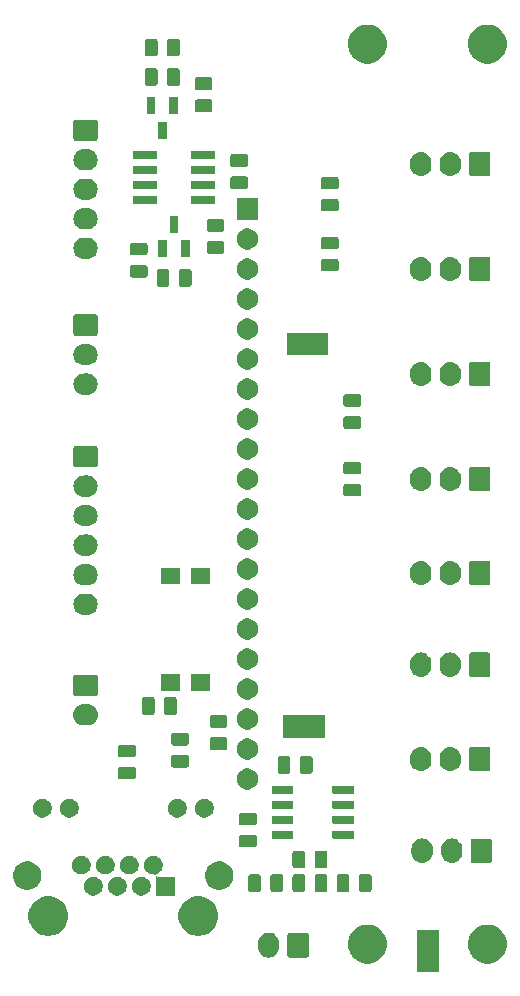
<source format=gbr>
G04 #@! TF.GenerationSoftware,KiCad,Pcbnew,5.1.6-c6e7f7d~86~ubuntu18.04.1*
G04 #@! TF.CreationDate,2020-06-04T18:49:23-07:00*
G04 #@! TF.ProjectId,odrive_aux_interface,6f647269-7665-45f6-9175-785f696e7465,rev?*
G04 #@! TF.SameCoordinates,Original*
G04 #@! TF.FileFunction,Soldermask,Top*
G04 #@! TF.FilePolarity,Negative*
%FSLAX46Y46*%
G04 Gerber Fmt 4.6, Leading zero omitted, Abs format (unit mm)*
G04 Created by KiCad (PCBNEW 5.1.6-c6e7f7d~86~ubuntu18.04.1) date 2020-06-04 18:49:23*
%MOMM*%
%LPD*%
G01*
G04 APERTURE LIST*
%ADD10C,0.100000*%
G04 APERTURE END LIST*
D10*
G36*
X155951000Y-171251000D02*
G01*
X154049000Y-171251000D01*
X154049000Y-167749000D01*
X155951000Y-167749000D01*
X155951000Y-171251000D01*
G37*
G36*
X160395256Y-167301298D02*
G01*
X160501579Y-167322447D01*
X160802042Y-167446903D01*
X161072451Y-167627585D01*
X161302415Y-167857549D01*
X161483097Y-168127958D01*
X161483098Y-168127960D01*
X161607553Y-168428422D01*
X161671000Y-168747389D01*
X161671000Y-169072611D01*
X161646802Y-169194260D01*
X161607553Y-169391579D01*
X161519550Y-169604037D01*
X161499273Y-169652991D01*
X161483097Y-169692042D01*
X161302415Y-169962451D01*
X161072451Y-170192415D01*
X160802042Y-170373097D01*
X160501579Y-170497553D01*
X160395256Y-170518702D01*
X160182611Y-170561000D01*
X159857389Y-170561000D01*
X159644744Y-170518702D01*
X159538421Y-170497553D01*
X159237958Y-170373097D01*
X158967549Y-170192415D01*
X158737585Y-169962451D01*
X158556903Y-169692042D01*
X158540728Y-169652991D01*
X158520450Y-169604037D01*
X158432447Y-169391579D01*
X158393198Y-169194260D01*
X158369000Y-169072611D01*
X158369000Y-168747389D01*
X158432447Y-168428422D01*
X158556902Y-168127960D01*
X158556903Y-168127958D01*
X158737585Y-167857549D01*
X158967549Y-167627585D01*
X159237958Y-167446903D01*
X159538421Y-167322447D01*
X159644744Y-167301298D01*
X159857389Y-167259000D01*
X160182611Y-167259000D01*
X160395256Y-167301298D01*
G37*
G36*
X150235256Y-167301298D02*
G01*
X150341579Y-167322447D01*
X150642042Y-167446903D01*
X150912451Y-167627585D01*
X151142415Y-167857549D01*
X151323097Y-168127958D01*
X151323098Y-168127960D01*
X151447553Y-168428422D01*
X151511000Y-168747389D01*
X151511000Y-169072611D01*
X151486802Y-169194260D01*
X151447553Y-169391579D01*
X151359550Y-169604037D01*
X151339273Y-169652991D01*
X151323097Y-169692042D01*
X151142415Y-169962451D01*
X150912451Y-170192415D01*
X150642042Y-170373097D01*
X150341579Y-170497553D01*
X150235256Y-170518702D01*
X150022611Y-170561000D01*
X149697389Y-170561000D01*
X149484744Y-170518702D01*
X149378421Y-170497553D01*
X149077958Y-170373097D01*
X148807549Y-170192415D01*
X148577585Y-169962451D01*
X148396903Y-169692042D01*
X148380728Y-169652991D01*
X148360450Y-169604037D01*
X148272447Y-169391579D01*
X148233198Y-169194260D01*
X148209000Y-169072611D01*
X148209000Y-168747389D01*
X148272447Y-168428422D01*
X148396902Y-168127960D01*
X148396903Y-168127958D01*
X148577585Y-167857549D01*
X148807549Y-167627585D01*
X149077958Y-167446903D01*
X149378421Y-167322447D01*
X149484744Y-167301298D01*
X149697389Y-167259000D01*
X150022611Y-167259000D01*
X150235256Y-167301298D01*
G37*
G36*
X141676627Y-167962037D02*
G01*
X141846466Y-168013557D01*
X142002991Y-168097222D01*
X142038729Y-168126552D01*
X142140186Y-168209814D01*
X142223448Y-168311271D01*
X142252778Y-168347009D01*
X142336443Y-168503534D01*
X142387963Y-168673374D01*
X142401000Y-168805743D01*
X142401000Y-169194258D01*
X142387963Y-169326627D01*
X142336443Y-169496466D01*
X142252778Y-169652991D01*
X142223448Y-169688729D01*
X142140186Y-169790186D01*
X142002989Y-169902779D01*
X141846467Y-169986442D01*
X141846465Y-169986443D01*
X141676626Y-170037963D01*
X141500000Y-170055359D01*
X141323373Y-170037963D01*
X141153534Y-169986443D01*
X140997009Y-169902778D01*
X140954750Y-169868097D01*
X140859814Y-169790186D01*
X140747221Y-169652989D01*
X140663558Y-169496467D01*
X140663557Y-169496465D01*
X140612037Y-169326626D01*
X140599000Y-169194257D01*
X140599000Y-168805742D01*
X140612037Y-168673373D01*
X140663557Y-168503534D01*
X140747222Y-168347009D01*
X140859815Y-168209815D01*
X140997010Y-168097222D01*
X141153535Y-168013557D01*
X141323374Y-167962037D01*
X141500000Y-167944641D01*
X141676627Y-167962037D01*
G37*
G36*
X144758600Y-167952989D02*
G01*
X144791652Y-167963015D01*
X144822103Y-167979292D01*
X144848799Y-168001201D01*
X144870708Y-168027897D01*
X144886985Y-168058348D01*
X144897011Y-168091400D01*
X144901000Y-168131903D01*
X144901000Y-169868097D01*
X144897011Y-169908600D01*
X144886985Y-169941652D01*
X144870708Y-169972103D01*
X144848799Y-169998799D01*
X144822103Y-170020708D01*
X144791652Y-170036985D01*
X144758600Y-170047011D01*
X144718097Y-170051000D01*
X143281903Y-170051000D01*
X143241400Y-170047011D01*
X143208348Y-170036985D01*
X143177897Y-170020708D01*
X143151201Y-169998799D01*
X143129292Y-169972103D01*
X143113015Y-169941652D01*
X143102989Y-169908600D01*
X143099000Y-169868097D01*
X143099000Y-168131903D01*
X143102989Y-168091400D01*
X143113015Y-168058348D01*
X143129292Y-168027897D01*
X143151201Y-168001201D01*
X143177897Y-167979292D01*
X143208348Y-167963015D01*
X143241400Y-167952989D01*
X143281903Y-167949000D01*
X144718097Y-167949000D01*
X144758600Y-167952989D01*
G37*
G36*
X123328871Y-164928408D02*
G01*
X123633883Y-165054748D01*
X123908387Y-165238166D01*
X124141834Y-165471613D01*
X124325252Y-165746117D01*
X124451592Y-166051129D01*
X124516000Y-166374928D01*
X124516000Y-166705072D01*
X124451592Y-167028871D01*
X124325252Y-167333883D01*
X124141834Y-167608387D01*
X123908387Y-167841834D01*
X123633883Y-168025252D01*
X123328871Y-168151592D01*
X123166971Y-168183796D01*
X123005073Y-168216000D01*
X122674927Y-168216000D01*
X122513029Y-168183796D01*
X122351129Y-168151592D01*
X122046117Y-168025252D01*
X121771613Y-167841834D01*
X121538166Y-167608387D01*
X121354748Y-167333883D01*
X121228408Y-167028871D01*
X121164000Y-166705072D01*
X121164000Y-166374928D01*
X121228408Y-166051129D01*
X121354748Y-165746117D01*
X121538166Y-165471613D01*
X121771613Y-165238166D01*
X122046117Y-165054748D01*
X122351129Y-164928408D01*
X122674927Y-164864000D01*
X123005073Y-164864000D01*
X123328871Y-164928408D01*
G37*
G36*
X136028871Y-164928408D02*
G01*
X136333883Y-165054748D01*
X136608387Y-165238166D01*
X136841834Y-165471613D01*
X137025252Y-165746117D01*
X137151592Y-166051129D01*
X137216000Y-166374928D01*
X137216000Y-166705072D01*
X137151592Y-167028871D01*
X137025252Y-167333883D01*
X136841834Y-167608387D01*
X136608387Y-167841834D01*
X136333883Y-168025252D01*
X136028871Y-168151592D01*
X135866971Y-168183796D01*
X135705073Y-168216000D01*
X135374927Y-168216000D01*
X135213029Y-168183796D01*
X135051129Y-168151592D01*
X134746117Y-168025252D01*
X134471613Y-167841834D01*
X134238166Y-167608387D01*
X134054748Y-167333883D01*
X133928408Y-167028871D01*
X133864000Y-166705072D01*
X133864000Y-166374928D01*
X133928408Y-166051129D01*
X134054748Y-165746117D01*
X134238166Y-165471613D01*
X134471613Y-165238166D01*
X134746117Y-165054748D01*
X135051129Y-164928408D01*
X135374927Y-164864000D01*
X135705073Y-164864000D01*
X136028871Y-164928408D01*
G37*
G36*
X131967642Y-161449781D02*
G01*
X132113414Y-161510162D01*
X132113416Y-161510163D01*
X132244608Y-161597822D01*
X132356178Y-161709392D01*
X132390661Y-161761000D01*
X132443838Y-161840586D01*
X132504219Y-161986358D01*
X132535000Y-162141107D01*
X132535000Y-162298893D01*
X132504219Y-162453642D01*
X132467987Y-162541113D01*
X132443837Y-162599416D01*
X132356178Y-162730608D01*
X132244608Y-162842178D01*
X132113416Y-162929837D01*
X132113415Y-162929838D01*
X132113414Y-162929838D01*
X132044177Y-162958517D01*
X132022566Y-162970068D01*
X132003624Y-162985613D01*
X131988079Y-163004555D01*
X131976528Y-163026166D01*
X131969415Y-163049615D01*
X131967013Y-163074001D01*
X131969415Y-163098387D01*
X131976528Y-163121836D01*
X131988079Y-163143447D01*
X132003624Y-163162389D01*
X132022566Y-163177934D01*
X132044177Y-163189485D01*
X132067626Y-163196598D01*
X132092012Y-163199000D01*
X133551000Y-163199000D01*
X133551000Y-164801000D01*
X131949000Y-164801000D01*
X131949000Y-163145999D01*
X131946598Y-163121613D01*
X131939485Y-163098164D01*
X131927934Y-163076553D01*
X131912389Y-163057611D01*
X131893447Y-163042066D01*
X131871836Y-163030515D01*
X131848387Y-163023402D01*
X131824001Y-163021000D01*
X131655107Y-163021000D01*
X131500358Y-162990219D01*
X131354586Y-162929838D01*
X131354585Y-162929838D01*
X131354584Y-162929837D01*
X131223392Y-162842178D01*
X131111822Y-162730608D01*
X131024163Y-162599416D01*
X131000013Y-162541113D01*
X130963781Y-162453642D01*
X130933000Y-162298893D01*
X130933000Y-162141107D01*
X130963781Y-161986358D01*
X131024162Y-161840586D01*
X131077339Y-161761000D01*
X131111822Y-161709392D01*
X131223392Y-161597822D01*
X131354584Y-161510163D01*
X131354586Y-161510162D01*
X131500358Y-161449781D01*
X131655107Y-161419000D01*
X131812893Y-161419000D01*
X131967642Y-161449781D01*
G37*
G36*
X130951642Y-163229781D02*
G01*
X131097414Y-163290162D01*
X131097416Y-163290163D01*
X131228608Y-163377822D01*
X131340178Y-163489392D01*
X131427837Y-163620584D01*
X131427838Y-163620586D01*
X131488219Y-163766358D01*
X131519000Y-163921107D01*
X131519000Y-164078893D01*
X131488219Y-164233642D01*
X131427838Y-164379414D01*
X131427837Y-164379416D01*
X131340178Y-164510608D01*
X131228608Y-164622178D01*
X131097416Y-164709837D01*
X131097415Y-164709838D01*
X131097414Y-164709838D01*
X130951642Y-164770219D01*
X130796893Y-164801000D01*
X130639107Y-164801000D01*
X130484358Y-164770219D01*
X130338586Y-164709838D01*
X130338585Y-164709838D01*
X130338584Y-164709837D01*
X130207392Y-164622178D01*
X130095822Y-164510608D01*
X130008163Y-164379416D01*
X130008162Y-164379414D01*
X129947781Y-164233642D01*
X129917000Y-164078893D01*
X129917000Y-163921107D01*
X129947781Y-163766358D01*
X130008162Y-163620586D01*
X130008163Y-163620584D01*
X130095822Y-163489392D01*
X130207392Y-163377822D01*
X130338584Y-163290163D01*
X130338586Y-163290162D01*
X130484358Y-163229781D01*
X130639107Y-163199000D01*
X130796893Y-163199000D01*
X130951642Y-163229781D01*
G37*
G36*
X128919642Y-163229781D02*
G01*
X129065414Y-163290162D01*
X129065416Y-163290163D01*
X129196608Y-163377822D01*
X129308178Y-163489392D01*
X129395837Y-163620584D01*
X129395838Y-163620586D01*
X129456219Y-163766358D01*
X129487000Y-163921107D01*
X129487000Y-164078893D01*
X129456219Y-164233642D01*
X129395838Y-164379414D01*
X129395837Y-164379416D01*
X129308178Y-164510608D01*
X129196608Y-164622178D01*
X129065416Y-164709837D01*
X129065415Y-164709838D01*
X129065414Y-164709838D01*
X128919642Y-164770219D01*
X128764893Y-164801000D01*
X128607107Y-164801000D01*
X128452358Y-164770219D01*
X128306586Y-164709838D01*
X128306585Y-164709838D01*
X128306584Y-164709837D01*
X128175392Y-164622178D01*
X128063822Y-164510608D01*
X127976163Y-164379416D01*
X127976162Y-164379414D01*
X127915781Y-164233642D01*
X127885000Y-164078893D01*
X127885000Y-163921107D01*
X127915781Y-163766358D01*
X127976162Y-163620586D01*
X127976163Y-163620584D01*
X128063822Y-163489392D01*
X128175392Y-163377822D01*
X128306584Y-163290163D01*
X128306586Y-163290162D01*
X128452358Y-163229781D01*
X128607107Y-163199000D01*
X128764893Y-163199000D01*
X128919642Y-163229781D01*
G37*
G36*
X126887642Y-163229781D02*
G01*
X127033414Y-163290162D01*
X127033416Y-163290163D01*
X127164608Y-163377822D01*
X127276178Y-163489392D01*
X127363837Y-163620584D01*
X127363838Y-163620586D01*
X127424219Y-163766358D01*
X127455000Y-163921107D01*
X127455000Y-164078893D01*
X127424219Y-164233642D01*
X127363838Y-164379414D01*
X127363837Y-164379416D01*
X127276178Y-164510608D01*
X127164608Y-164622178D01*
X127033416Y-164709837D01*
X127033415Y-164709838D01*
X127033414Y-164709838D01*
X126887642Y-164770219D01*
X126732893Y-164801000D01*
X126575107Y-164801000D01*
X126420358Y-164770219D01*
X126274586Y-164709838D01*
X126274585Y-164709838D01*
X126274584Y-164709837D01*
X126143392Y-164622178D01*
X126031822Y-164510608D01*
X125944163Y-164379416D01*
X125944162Y-164379414D01*
X125883781Y-164233642D01*
X125853000Y-164078893D01*
X125853000Y-163921107D01*
X125883781Y-163766358D01*
X125944162Y-163620586D01*
X125944163Y-163620584D01*
X126031822Y-163489392D01*
X126143392Y-163377822D01*
X126274584Y-163290163D01*
X126274586Y-163290162D01*
X126420358Y-163229781D01*
X126575107Y-163199000D01*
X126732893Y-163199000D01*
X126887642Y-163229781D01*
G37*
G36*
X150059468Y-163003565D02*
G01*
X150098138Y-163015296D01*
X150133777Y-163034346D01*
X150165017Y-163059983D01*
X150190654Y-163091223D01*
X150209704Y-163126862D01*
X150221435Y-163165532D01*
X150226000Y-163211888D01*
X150226000Y-164288112D01*
X150221435Y-164334468D01*
X150209704Y-164373138D01*
X150190654Y-164408777D01*
X150165017Y-164440017D01*
X150133777Y-164465654D01*
X150098138Y-164484704D01*
X150059468Y-164496435D01*
X150013112Y-164501000D01*
X149361888Y-164501000D01*
X149315532Y-164496435D01*
X149276862Y-164484704D01*
X149241223Y-164465654D01*
X149209983Y-164440017D01*
X149184346Y-164408777D01*
X149165296Y-164373138D01*
X149153565Y-164334468D01*
X149149000Y-164288112D01*
X149149000Y-163211888D01*
X149153565Y-163165532D01*
X149165296Y-163126862D01*
X149184346Y-163091223D01*
X149209983Y-163059983D01*
X149241223Y-163034346D01*
X149276862Y-163015296D01*
X149315532Y-163003565D01*
X149361888Y-162999000D01*
X150013112Y-162999000D01*
X150059468Y-163003565D01*
G37*
G36*
X140684468Y-163003565D02*
G01*
X140723138Y-163015296D01*
X140758777Y-163034346D01*
X140790017Y-163059983D01*
X140815654Y-163091223D01*
X140834704Y-163126862D01*
X140846435Y-163165532D01*
X140851000Y-163211888D01*
X140851000Y-164288112D01*
X140846435Y-164334468D01*
X140834704Y-164373138D01*
X140815654Y-164408777D01*
X140790017Y-164440017D01*
X140758777Y-164465654D01*
X140723138Y-164484704D01*
X140684468Y-164496435D01*
X140638112Y-164501000D01*
X139986888Y-164501000D01*
X139940532Y-164496435D01*
X139901862Y-164484704D01*
X139866223Y-164465654D01*
X139834983Y-164440017D01*
X139809346Y-164408777D01*
X139790296Y-164373138D01*
X139778565Y-164334468D01*
X139774000Y-164288112D01*
X139774000Y-163211888D01*
X139778565Y-163165532D01*
X139790296Y-163126862D01*
X139809346Y-163091223D01*
X139834983Y-163059983D01*
X139866223Y-163034346D01*
X139901862Y-163015296D01*
X139940532Y-163003565D01*
X139986888Y-162999000D01*
X140638112Y-162999000D01*
X140684468Y-163003565D01*
G37*
G36*
X148184468Y-163003565D02*
G01*
X148223138Y-163015296D01*
X148258777Y-163034346D01*
X148290017Y-163059983D01*
X148315654Y-163091223D01*
X148334704Y-163126862D01*
X148346435Y-163165532D01*
X148351000Y-163211888D01*
X148351000Y-164288112D01*
X148346435Y-164334468D01*
X148334704Y-164373138D01*
X148315654Y-164408777D01*
X148290017Y-164440017D01*
X148258777Y-164465654D01*
X148223138Y-164484704D01*
X148184468Y-164496435D01*
X148138112Y-164501000D01*
X147486888Y-164501000D01*
X147440532Y-164496435D01*
X147401862Y-164484704D01*
X147366223Y-164465654D01*
X147334983Y-164440017D01*
X147309346Y-164408777D01*
X147290296Y-164373138D01*
X147278565Y-164334468D01*
X147274000Y-164288112D01*
X147274000Y-163211888D01*
X147278565Y-163165532D01*
X147290296Y-163126862D01*
X147309346Y-163091223D01*
X147334983Y-163059983D01*
X147366223Y-163034346D01*
X147401862Y-163015296D01*
X147440532Y-163003565D01*
X147486888Y-162999000D01*
X148138112Y-162999000D01*
X148184468Y-163003565D01*
G37*
G36*
X144434468Y-163003565D02*
G01*
X144473138Y-163015296D01*
X144508777Y-163034346D01*
X144540017Y-163059983D01*
X144565654Y-163091223D01*
X144584704Y-163126862D01*
X144596435Y-163165532D01*
X144601000Y-163211888D01*
X144601000Y-164288112D01*
X144596435Y-164334468D01*
X144584704Y-164373138D01*
X144565654Y-164408777D01*
X144540017Y-164440017D01*
X144508777Y-164465654D01*
X144473138Y-164484704D01*
X144434468Y-164496435D01*
X144388112Y-164501000D01*
X143736888Y-164501000D01*
X143690532Y-164496435D01*
X143651862Y-164484704D01*
X143616223Y-164465654D01*
X143584983Y-164440017D01*
X143559346Y-164408777D01*
X143540296Y-164373138D01*
X143528565Y-164334468D01*
X143524000Y-164288112D01*
X143524000Y-163211888D01*
X143528565Y-163165532D01*
X143540296Y-163126862D01*
X143559346Y-163091223D01*
X143584983Y-163059983D01*
X143616223Y-163034346D01*
X143651862Y-163015296D01*
X143690532Y-163003565D01*
X143736888Y-162999000D01*
X144388112Y-162999000D01*
X144434468Y-163003565D01*
G37*
G36*
X146309468Y-163003565D02*
G01*
X146348138Y-163015296D01*
X146383777Y-163034346D01*
X146415017Y-163059983D01*
X146440654Y-163091223D01*
X146459704Y-163126862D01*
X146471435Y-163165532D01*
X146476000Y-163211888D01*
X146476000Y-164288112D01*
X146471435Y-164334468D01*
X146459704Y-164373138D01*
X146440654Y-164408777D01*
X146415017Y-164440017D01*
X146383777Y-164465654D01*
X146348138Y-164484704D01*
X146309468Y-164496435D01*
X146263112Y-164501000D01*
X145611888Y-164501000D01*
X145565532Y-164496435D01*
X145526862Y-164484704D01*
X145491223Y-164465654D01*
X145459983Y-164440017D01*
X145434346Y-164408777D01*
X145415296Y-164373138D01*
X145403565Y-164334468D01*
X145399000Y-164288112D01*
X145399000Y-163211888D01*
X145403565Y-163165532D01*
X145415296Y-163126862D01*
X145434346Y-163091223D01*
X145459983Y-163059983D01*
X145491223Y-163034346D01*
X145526862Y-163015296D01*
X145565532Y-163003565D01*
X145611888Y-162999000D01*
X146263112Y-162999000D01*
X146309468Y-163003565D01*
G37*
G36*
X142559468Y-163003565D02*
G01*
X142598138Y-163015296D01*
X142633777Y-163034346D01*
X142665017Y-163059983D01*
X142690654Y-163091223D01*
X142709704Y-163126862D01*
X142721435Y-163165532D01*
X142726000Y-163211888D01*
X142726000Y-164288112D01*
X142721435Y-164334468D01*
X142709704Y-164373138D01*
X142690654Y-164408777D01*
X142665017Y-164440017D01*
X142633777Y-164465654D01*
X142598138Y-164484704D01*
X142559468Y-164496435D01*
X142513112Y-164501000D01*
X141861888Y-164501000D01*
X141815532Y-164496435D01*
X141776862Y-164484704D01*
X141741223Y-164465654D01*
X141709983Y-164440017D01*
X141684346Y-164408777D01*
X141665296Y-164373138D01*
X141653565Y-164334468D01*
X141649000Y-164288112D01*
X141649000Y-163211888D01*
X141653565Y-163165532D01*
X141665296Y-163126862D01*
X141684346Y-163091223D01*
X141709983Y-163059983D01*
X141741223Y-163034346D01*
X141776862Y-163015296D01*
X141815532Y-163003565D01*
X141861888Y-162999000D01*
X142513112Y-162999000D01*
X142559468Y-163003565D01*
G37*
G36*
X121410318Y-161955153D02*
G01*
X121591880Y-162030359D01*
X121628887Y-162045688D01*
X121825593Y-162177122D01*
X121992878Y-162344407D01*
X122124312Y-162541113D01*
X122124313Y-162541115D01*
X122214847Y-162759682D01*
X122261000Y-162991710D01*
X122261000Y-163228290D01*
X122214847Y-163460318D01*
X122148462Y-163620584D01*
X122124312Y-163678887D01*
X121992878Y-163875593D01*
X121825593Y-164042878D01*
X121628887Y-164174312D01*
X121628886Y-164174313D01*
X121628885Y-164174313D01*
X121410318Y-164264847D01*
X121178290Y-164311000D01*
X120941710Y-164311000D01*
X120709682Y-164264847D01*
X120491115Y-164174313D01*
X120491114Y-164174313D01*
X120491113Y-164174312D01*
X120294407Y-164042878D01*
X120127122Y-163875593D01*
X119995688Y-163678887D01*
X119971538Y-163620584D01*
X119905153Y-163460318D01*
X119859000Y-163228290D01*
X119859000Y-162991710D01*
X119905153Y-162759682D01*
X119995687Y-162541115D01*
X119995688Y-162541113D01*
X120127122Y-162344407D01*
X120294407Y-162177122D01*
X120491113Y-162045688D01*
X120528120Y-162030359D01*
X120709682Y-161955153D01*
X120941710Y-161909000D01*
X121178290Y-161909000D01*
X121410318Y-161955153D01*
G37*
G36*
X137670318Y-161955153D02*
G01*
X137851880Y-162030359D01*
X137888887Y-162045688D01*
X138085593Y-162177122D01*
X138252878Y-162344407D01*
X138384312Y-162541113D01*
X138384313Y-162541115D01*
X138474847Y-162759682D01*
X138521000Y-162991710D01*
X138521000Y-163228290D01*
X138474847Y-163460318D01*
X138408462Y-163620584D01*
X138384312Y-163678887D01*
X138252878Y-163875593D01*
X138085593Y-164042878D01*
X137888887Y-164174312D01*
X137888886Y-164174313D01*
X137888885Y-164174313D01*
X137670318Y-164264847D01*
X137438290Y-164311000D01*
X137201710Y-164311000D01*
X136969682Y-164264847D01*
X136751115Y-164174313D01*
X136751114Y-164174313D01*
X136751113Y-164174312D01*
X136554407Y-164042878D01*
X136387122Y-163875593D01*
X136255688Y-163678887D01*
X136231538Y-163620584D01*
X136165153Y-163460318D01*
X136119000Y-163228290D01*
X136119000Y-162991710D01*
X136165153Y-162759682D01*
X136255687Y-162541115D01*
X136255688Y-162541113D01*
X136387122Y-162344407D01*
X136554407Y-162177122D01*
X136751113Y-162045688D01*
X136788120Y-162030359D01*
X136969682Y-161955153D01*
X137201710Y-161909000D01*
X137438290Y-161909000D01*
X137670318Y-161955153D01*
G37*
G36*
X125871642Y-161449781D02*
G01*
X126017414Y-161510162D01*
X126017416Y-161510163D01*
X126148608Y-161597822D01*
X126260178Y-161709392D01*
X126294661Y-161761000D01*
X126347838Y-161840586D01*
X126408219Y-161986358D01*
X126439000Y-162141107D01*
X126439000Y-162298893D01*
X126408219Y-162453642D01*
X126371987Y-162541113D01*
X126347837Y-162599416D01*
X126260178Y-162730608D01*
X126148608Y-162842178D01*
X126017416Y-162929837D01*
X126017415Y-162929838D01*
X126017414Y-162929838D01*
X125871642Y-162990219D01*
X125716893Y-163021000D01*
X125559107Y-163021000D01*
X125404358Y-162990219D01*
X125258586Y-162929838D01*
X125258585Y-162929838D01*
X125258584Y-162929837D01*
X125127392Y-162842178D01*
X125015822Y-162730608D01*
X124928163Y-162599416D01*
X124904013Y-162541113D01*
X124867781Y-162453642D01*
X124837000Y-162298893D01*
X124837000Y-162141107D01*
X124867781Y-161986358D01*
X124928162Y-161840586D01*
X124981339Y-161761000D01*
X125015822Y-161709392D01*
X125127392Y-161597822D01*
X125258584Y-161510163D01*
X125258586Y-161510162D01*
X125404358Y-161449781D01*
X125559107Y-161419000D01*
X125716893Y-161419000D01*
X125871642Y-161449781D01*
G37*
G36*
X129935642Y-161449781D02*
G01*
X130081414Y-161510162D01*
X130081416Y-161510163D01*
X130212608Y-161597822D01*
X130324178Y-161709392D01*
X130358661Y-161761000D01*
X130411838Y-161840586D01*
X130472219Y-161986358D01*
X130503000Y-162141107D01*
X130503000Y-162298893D01*
X130472219Y-162453642D01*
X130435987Y-162541113D01*
X130411837Y-162599416D01*
X130324178Y-162730608D01*
X130212608Y-162842178D01*
X130081416Y-162929837D01*
X130081415Y-162929838D01*
X130081414Y-162929838D01*
X129935642Y-162990219D01*
X129780893Y-163021000D01*
X129623107Y-163021000D01*
X129468358Y-162990219D01*
X129322586Y-162929838D01*
X129322585Y-162929838D01*
X129322584Y-162929837D01*
X129191392Y-162842178D01*
X129079822Y-162730608D01*
X128992163Y-162599416D01*
X128968013Y-162541113D01*
X128931781Y-162453642D01*
X128901000Y-162298893D01*
X128901000Y-162141107D01*
X128931781Y-161986358D01*
X128992162Y-161840586D01*
X129045339Y-161761000D01*
X129079822Y-161709392D01*
X129191392Y-161597822D01*
X129322584Y-161510163D01*
X129322586Y-161510162D01*
X129468358Y-161449781D01*
X129623107Y-161419000D01*
X129780893Y-161419000D01*
X129935642Y-161449781D01*
G37*
G36*
X127903642Y-161449781D02*
G01*
X128049414Y-161510162D01*
X128049416Y-161510163D01*
X128180608Y-161597822D01*
X128292178Y-161709392D01*
X128326661Y-161761000D01*
X128379838Y-161840586D01*
X128440219Y-161986358D01*
X128471000Y-162141107D01*
X128471000Y-162298893D01*
X128440219Y-162453642D01*
X128403987Y-162541113D01*
X128379837Y-162599416D01*
X128292178Y-162730608D01*
X128180608Y-162842178D01*
X128049416Y-162929837D01*
X128049415Y-162929838D01*
X128049414Y-162929838D01*
X127903642Y-162990219D01*
X127748893Y-163021000D01*
X127591107Y-163021000D01*
X127436358Y-162990219D01*
X127290586Y-162929838D01*
X127290585Y-162929838D01*
X127290584Y-162929837D01*
X127159392Y-162842178D01*
X127047822Y-162730608D01*
X126960163Y-162599416D01*
X126936013Y-162541113D01*
X126899781Y-162453642D01*
X126869000Y-162298893D01*
X126869000Y-162141107D01*
X126899781Y-161986358D01*
X126960162Y-161840586D01*
X127013339Y-161761000D01*
X127047822Y-161709392D01*
X127159392Y-161597822D01*
X127290584Y-161510163D01*
X127290586Y-161510162D01*
X127436358Y-161449781D01*
X127591107Y-161419000D01*
X127748893Y-161419000D01*
X127903642Y-161449781D01*
G37*
G36*
X146309468Y-161003565D02*
G01*
X146348138Y-161015296D01*
X146383777Y-161034346D01*
X146415017Y-161059983D01*
X146440654Y-161091223D01*
X146459704Y-161126862D01*
X146471435Y-161165532D01*
X146476000Y-161211888D01*
X146476000Y-162288112D01*
X146471435Y-162334468D01*
X146459704Y-162373138D01*
X146440654Y-162408777D01*
X146415017Y-162440017D01*
X146383777Y-162465654D01*
X146348138Y-162484704D01*
X146309468Y-162496435D01*
X146263112Y-162501000D01*
X145611888Y-162501000D01*
X145565532Y-162496435D01*
X145526862Y-162484704D01*
X145491223Y-162465654D01*
X145459983Y-162440017D01*
X145434346Y-162408777D01*
X145415296Y-162373138D01*
X145403565Y-162334468D01*
X145399000Y-162288112D01*
X145399000Y-161211888D01*
X145403565Y-161165532D01*
X145415296Y-161126862D01*
X145434346Y-161091223D01*
X145459983Y-161059983D01*
X145491223Y-161034346D01*
X145526862Y-161015296D01*
X145565532Y-161003565D01*
X145611888Y-160999000D01*
X146263112Y-160999000D01*
X146309468Y-161003565D01*
G37*
G36*
X144434468Y-161003565D02*
G01*
X144473138Y-161015296D01*
X144508777Y-161034346D01*
X144540017Y-161059983D01*
X144565654Y-161091223D01*
X144584704Y-161126862D01*
X144596435Y-161165532D01*
X144601000Y-161211888D01*
X144601000Y-162288112D01*
X144596435Y-162334468D01*
X144584704Y-162373138D01*
X144565654Y-162408777D01*
X144540017Y-162440017D01*
X144508777Y-162465654D01*
X144473138Y-162484704D01*
X144434468Y-162496435D01*
X144388112Y-162501000D01*
X143736888Y-162501000D01*
X143690532Y-162496435D01*
X143651862Y-162484704D01*
X143616223Y-162465654D01*
X143584983Y-162440017D01*
X143559346Y-162408777D01*
X143540296Y-162373138D01*
X143528565Y-162334468D01*
X143524000Y-162288112D01*
X143524000Y-161211888D01*
X143528565Y-161165532D01*
X143540296Y-161126862D01*
X143559346Y-161091223D01*
X143584983Y-161059983D01*
X143616223Y-161034346D01*
X143651862Y-161015296D01*
X143690532Y-161003565D01*
X143736888Y-160999000D01*
X144388112Y-160999000D01*
X144434468Y-161003565D01*
G37*
G36*
X154676627Y-159987037D02*
G01*
X154846466Y-160038557D01*
X155002991Y-160122222D01*
X155038729Y-160151552D01*
X155140186Y-160234814D01*
X155223448Y-160336271D01*
X155252778Y-160372009D01*
X155336443Y-160528534D01*
X155387963Y-160698374D01*
X155401000Y-160830743D01*
X155401000Y-161169258D01*
X155387963Y-161301627D01*
X155336443Y-161471466D01*
X155252778Y-161627991D01*
X155223448Y-161663729D01*
X155140186Y-161765186D01*
X155002989Y-161877779D01*
X154858233Y-161955153D01*
X154846465Y-161961443D01*
X154676626Y-162012963D01*
X154500000Y-162030359D01*
X154323373Y-162012963D01*
X154153534Y-161961443D01*
X153997009Y-161877778D01*
X153951688Y-161840584D01*
X153859814Y-161765186D01*
X153747221Y-161627989D01*
X153663558Y-161471467D01*
X153656980Y-161449782D01*
X153612037Y-161301626D01*
X153599000Y-161169257D01*
X153599000Y-160830742D01*
X153612037Y-160698373D01*
X153663557Y-160528534D01*
X153747222Y-160372009D01*
X153859815Y-160234815D01*
X153997010Y-160122222D01*
X154153535Y-160038557D01*
X154323374Y-159987037D01*
X154500000Y-159969641D01*
X154676627Y-159987037D01*
G37*
G36*
X157176627Y-159987037D02*
G01*
X157346466Y-160038557D01*
X157502991Y-160122222D01*
X157538729Y-160151552D01*
X157640186Y-160234814D01*
X157723448Y-160336271D01*
X157752778Y-160372009D01*
X157836443Y-160528534D01*
X157887963Y-160698374D01*
X157901000Y-160830743D01*
X157901000Y-161169258D01*
X157887963Y-161301627D01*
X157836443Y-161471466D01*
X157752778Y-161627991D01*
X157723448Y-161663729D01*
X157640186Y-161765186D01*
X157502989Y-161877779D01*
X157358233Y-161955153D01*
X157346465Y-161961443D01*
X157176626Y-162012963D01*
X157000000Y-162030359D01*
X156823373Y-162012963D01*
X156653534Y-161961443D01*
X156497009Y-161877778D01*
X156451688Y-161840584D01*
X156359814Y-161765186D01*
X156247221Y-161627989D01*
X156163558Y-161471467D01*
X156156980Y-161449782D01*
X156112037Y-161301626D01*
X156099000Y-161169257D01*
X156099000Y-160830742D01*
X156112037Y-160698373D01*
X156163557Y-160528534D01*
X156247222Y-160372009D01*
X156359815Y-160234815D01*
X156497010Y-160122222D01*
X156653535Y-160038557D01*
X156823374Y-159987037D01*
X157000000Y-159969641D01*
X157176627Y-159987037D01*
G37*
G36*
X160258600Y-159977989D02*
G01*
X160291652Y-159988015D01*
X160322103Y-160004292D01*
X160348799Y-160026201D01*
X160370708Y-160052897D01*
X160386985Y-160083348D01*
X160397011Y-160116400D01*
X160401000Y-160156903D01*
X160401000Y-161843097D01*
X160397011Y-161883600D01*
X160386985Y-161916652D01*
X160370708Y-161947103D01*
X160348799Y-161973799D01*
X160322103Y-161995708D01*
X160291652Y-162011985D01*
X160258600Y-162022011D01*
X160218097Y-162026000D01*
X158781903Y-162026000D01*
X158741400Y-162022011D01*
X158708348Y-162011985D01*
X158677897Y-161995708D01*
X158651201Y-161973799D01*
X158629292Y-161947103D01*
X158613015Y-161916652D01*
X158602989Y-161883600D01*
X158599000Y-161843097D01*
X158599000Y-160156903D01*
X158602989Y-160116400D01*
X158613015Y-160083348D01*
X158629292Y-160052897D01*
X158651201Y-160026201D01*
X158677897Y-160004292D01*
X158708348Y-159988015D01*
X158741400Y-159977989D01*
X158781903Y-159974000D01*
X160218097Y-159974000D01*
X160258600Y-159977989D01*
G37*
G36*
X140334468Y-159653565D02*
G01*
X140373138Y-159665296D01*
X140408777Y-159684346D01*
X140440017Y-159709983D01*
X140465654Y-159741223D01*
X140484704Y-159776862D01*
X140496435Y-159815532D01*
X140501000Y-159861888D01*
X140501000Y-160513112D01*
X140496435Y-160559468D01*
X140484704Y-160598138D01*
X140465654Y-160633777D01*
X140440017Y-160665017D01*
X140408777Y-160690654D01*
X140373138Y-160709704D01*
X140334468Y-160721435D01*
X140288112Y-160726000D01*
X139211888Y-160726000D01*
X139165532Y-160721435D01*
X139126862Y-160709704D01*
X139091223Y-160690654D01*
X139059983Y-160665017D01*
X139034346Y-160633777D01*
X139015296Y-160598138D01*
X139003565Y-160559468D01*
X138999000Y-160513112D01*
X138999000Y-159861888D01*
X139003565Y-159815532D01*
X139015296Y-159776862D01*
X139034346Y-159741223D01*
X139059983Y-159709983D01*
X139091223Y-159684346D01*
X139126862Y-159665296D01*
X139165532Y-159653565D01*
X139211888Y-159649000D01*
X140288112Y-159649000D01*
X140334468Y-159653565D01*
G37*
G36*
X148659928Y-159306764D02*
G01*
X148681009Y-159313160D01*
X148700445Y-159323548D01*
X148717476Y-159337524D01*
X148731452Y-159354555D01*
X148741840Y-159373991D01*
X148748236Y-159395072D01*
X148751000Y-159423140D01*
X148751000Y-159886860D01*
X148748236Y-159914928D01*
X148741840Y-159936009D01*
X148731452Y-159955445D01*
X148717476Y-159972476D01*
X148700445Y-159986452D01*
X148681009Y-159996840D01*
X148659928Y-160003236D01*
X148631860Y-160006000D01*
X147018140Y-160006000D01*
X146990072Y-160003236D01*
X146968991Y-159996840D01*
X146949555Y-159986452D01*
X146932524Y-159972476D01*
X146918548Y-159955445D01*
X146908160Y-159936009D01*
X146901764Y-159914928D01*
X146899000Y-159886860D01*
X146899000Y-159423140D01*
X146901764Y-159395072D01*
X146908160Y-159373991D01*
X146918548Y-159354555D01*
X146932524Y-159337524D01*
X146949555Y-159323548D01*
X146968991Y-159313160D01*
X146990072Y-159306764D01*
X147018140Y-159304000D01*
X148631860Y-159304000D01*
X148659928Y-159306764D01*
G37*
G36*
X143509928Y-159306764D02*
G01*
X143531009Y-159313160D01*
X143550445Y-159323548D01*
X143567476Y-159337524D01*
X143581452Y-159354555D01*
X143591840Y-159373991D01*
X143598236Y-159395072D01*
X143601000Y-159423140D01*
X143601000Y-159886860D01*
X143598236Y-159914928D01*
X143591840Y-159936009D01*
X143581452Y-159955445D01*
X143567476Y-159972476D01*
X143550445Y-159986452D01*
X143531009Y-159996840D01*
X143509928Y-160003236D01*
X143481860Y-160006000D01*
X141868140Y-160006000D01*
X141840072Y-160003236D01*
X141818991Y-159996840D01*
X141799555Y-159986452D01*
X141782524Y-159972476D01*
X141768548Y-159955445D01*
X141758160Y-159936009D01*
X141751764Y-159914928D01*
X141749000Y-159886860D01*
X141749000Y-159423140D01*
X141751764Y-159395072D01*
X141758160Y-159373991D01*
X141768548Y-159354555D01*
X141782524Y-159337524D01*
X141799555Y-159323548D01*
X141818991Y-159313160D01*
X141840072Y-159306764D01*
X141868140Y-159304000D01*
X143481860Y-159304000D01*
X143509928Y-159306764D01*
G37*
G36*
X140334468Y-157778565D02*
G01*
X140373138Y-157790296D01*
X140408777Y-157809346D01*
X140440017Y-157834983D01*
X140465654Y-157866223D01*
X140484704Y-157901862D01*
X140496435Y-157940532D01*
X140501000Y-157986888D01*
X140501000Y-158638112D01*
X140496435Y-158684468D01*
X140484704Y-158723138D01*
X140465654Y-158758777D01*
X140440017Y-158790017D01*
X140408777Y-158815654D01*
X140373138Y-158834704D01*
X140334468Y-158846435D01*
X140288112Y-158851000D01*
X139211888Y-158851000D01*
X139165532Y-158846435D01*
X139126862Y-158834704D01*
X139091223Y-158815654D01*
X139059983Y-158790017D01*
X139034346Y-158758777D01*
X139015296Y-158723138D01*
X139003565Y-158684468D01*
X138999000Y-158638112D01*
X138999000Y-157986888D01*
X139003565Y-157940532D01*
X139015296Y-157901862D01*
X139034346Y-157866223D01*
X139059983Y-157834983D01*
X139091223Y-157809346D01*
X139126862Y-157790296D01*
X139165532Y-157778565D01*
X139211888Y-157774000D01*
X140288112Y-157774000D01*
X140334468Y-157778565D01*
G37*
G36*
X148659928Y-158036764D02*
G01*
X148681009Y-158043160D01*
X148700445Y-158053548D01*
X148717476Y-158067524D01*
X148731452Y-158084555D01*
X148741840Y-158103991D01*
X148748236Y-158125072D01*
X148751000Y-158153140D01*
X148751000Y-158616860D01*
X148748236Y-158644928D01*
X148741840Y-158666009D01*
X148731452Y-158685445D01*
X148717476Y-158702476D01*
X148700445Y-158716452D01*
X148681009Y-158726840D01*
X148659928Y-158733236D01*
X148631860Y-158736000D01*
X147018140Y-158736000D01*
X146990072Y-158733236D01*
X146968991Y-158726840D01*
X146949555Y-158716452D01*
X146932524Y-158702476D01*
X146918548Y-158685445D01*
X146908160Y-158666009D01*
X146901764Y-158644928D01*
X146899000Y-158616860D01*
X146899000Y-158153140D01*
X146901764Y-158125072D01*
X146908160Y-158103991D01*
X146918548Y-158084555D01*
X146932524Y-158067524D01*
X146949555Y-158053548D01*
X146968991Y-158043160D01*
X146990072Y-158036764D01*
X147018140Y-158034000D01*
X148631860Y-158034000D01*
X148659928Y-158036764D01*
G37*
G36*
X143509928Y-158036764D02*
G01*
X143531009Y-158043160D01*
X143550445Y-158053548D01*
X143567476Y-158067524D01*
X143581452Y-158084555D01*
X143591840Y-158103991D01*
X143598236Y-158125072D01*
X143601000Y-158153140D01*
X143601000Y-158616860D01*
X143598236Y-158644928D01*
X143591840Y-158666009D01*
X143581452Y-158685445D01*
X143567476Y-158702476D01*
X143550445Y-158716452D01*
X143531009Y-158726840D01*
X143509928Y-158733236D01*
X143481860Y-158736000D01*
X141868140Y-158736000D01*
X141840072Y-158733236D01*
X141818991Y-158726840D01*
X141799555Y-158716452D01*
X141782524Y-158702476D01*
X141768548Y-158685445D01*
X141758160Y-158666009D01*
X141751764Y-158644928D01*
X141749000Y-158616860D01*
X141749000Y-158153140D01*
X141751764Y-158125072D01*
X141758160Y-158103991D01*
X141768548Y-158084555D01*
X141782524Y-158067524D01*
X141799555Y-158053548D01*
X141818991Y-158043160D01*
X141840072Y-158036764D01*
X141868140Y-158034000D01*
X143481860Y-158034000D01*
X143509928Y-158036764D01*
G37*
G36*
X136283642Y-156629781D02*
G01*
X136429414Y-156690162D01*
X136429416Y-156690163D01*
X136560608Y-156777822D01*
X136672178Y-156889392D01*
X136759837Y-157020584D01*
X136759838Y-157020586D01*
X136820219Y-157166358D01*
X136851000Y-157321107D01*
X136851000Y-157478893D01*
X136820219Y-157633642D01*
X136759937Y-157779174D01*
X136759837Y-157779416D01*
X136672178Y-157910608D01*
X136560608Y-158022178D01*
X136429416Y-158109837D01*
X136429415Y-158109838D01*
X136429414Y-158109838D01*
X136283642Y-158170219D01*
X136128893Y-158201000D01*
X135971107Y-158201000D01*
X135816358Y-158170219D01*
X135670586Y-158109838D01*
X135670585Y-158109838D01*
X135670584Y-158109837D01*
X135539392Y-158022178D01*
X135427822Y-157910608D01*
X135340163Y-157779416D01*
X135340063Y-157779174D01*
X135279781Y-157633642D01*
X135249000Y-157478893D01*
X135249000Y-157321107D01*
X135279781Y-157166358D01*
X135340162Y-157020586D01*
X135340163Y-157020584D01*
X135427822Y-156889392D01*
X135539392Y-156777822D01*
X135670584Y-156690163D01*
X135670586Y-156690162D01*
X135816358Y-156629781D01*
X135971107Y-156599000D01*
X136128893Y-156599000D01*
X136283642Y-156629781D01*
G37*
G36*
X122563642Y-156629781D02*
G01*
X122709414Y-156690162D01*
X122709416Y-156690163D01*
X122840608Y-156777822D01*
X122952178Y-156889392D01*
X123039837Y-157020584D01*
X123039838Y-157020586D01*
X123100219Y-157166358D01*
X123131000Y-157321107D01*
X123131000Y-157478893D01*
X123100219Y-157633642D01*
X123039937Y-157779174D01*
X123039837Y-157779416D01*
X122952178Y-157910608D01*
X122840608Y-158022178D01*
X122709416Y-158109837D01*
X122709415Y-158109838D01*
X122709414Y-158109838D01*
X122563642Y-158170219D01*
X122408893Y-158201000D01*
X122251107Y-158201000D01*
X122096358Y-158170219D01*
X121950586Y-158109838D01*
X121950585Y-158109838D01*
X121950584Y-158109837D01*
X121819392Y-158022178D01*
X121707822Y-157910608D01*
X121620163Y-157779416D01*
X121620063Y-157779174D01*
X121559781Y-157633642D01*
X121529000Y-157478893D01*
X121529000Y-157321107D01*
X121559781Y-157166358D01*
X121620162Y-157020586D01*
X121620163Y-157020584D01*
X121707822Y-156889392D01*
X121819392Y-156777822D01*
X121950584Y-156690163D01*
X121950586Y-156690162D01*
X122096358Y-156629781D01*
X122251107Y-156599000D01*
X122408893Y-156599000D01*
X122563642Y-156629781D01*
G37*
G36*
X124853642Y-156629781D02*
G01*
X124999414Y-156690162D01*
X124999416Y-156690163D01*
X125130608Y-156777822D01*
X125242178Y-156889392D01*
X125329837Y-157020584D01*
X125329838Y-157020586D01*
X125390219Y-157166358D01*
X125421000Y-157321107D01*
X125421000Y-157478893D01*
X125390219Y-157633642D01*
X125329937Y-157779174D01*
X125329837Y-157779416D01*
X125242178Y-157910608D01*
X125130608Y-158022178D01*
X124999416Y-158109837D01*
X124999415Y-158109838D01*
X124999414Y-158109838D01*
X124853642Y-158170219D01*
X124698893Y-158201000D01*
X124541107Y-158201000D01*
X124386358Y-158170219D01*
X124240586Y-158109838D01*
X124240585Y-158109838D01*
X124240584Y-158109837D01*
X124109392Y-158022178D01*
X123997822Y-157910608D01*
X123910163Y-157779416D01*
X123910063Y-157779174D01*
X123849781Y-157633642D01*
X123819000Y-157478893D01*
X123819000Y-157321107D01*
X123849781Y-157166358D01*
X123910162Y-157020586D01*
X123910163Y-157020584D01*
X123997822Y-156889392D01*
X124109392Y-156777822D01*
X124240584Y-156690163D01*
X124240586Y-156690162D01*
X124386358Y-156629781D01*
X124541107Y-156599000D01*
X124698893Y-156599000D01*
X124853642Y-156629781D01*
G37*
G36*
X133993642Y-156629781D02*
G01*
X134139414Y-156690162D01*
X134139416Y-156690163D01*
X134270608Y-156777822D01*
X134382178Y-156889392D01*
X134469837Y-157020584D01*
X134469838Y-157020586D01*
X134530219Y-157166358D01*
X134561000Y-157321107D01*
X134561000Y-157478893D01*
X134530219Y-157633642D01*
X134469937Y-157779174D01*
X134469837Y-157779416D01*
X134382178Y-157910608D01*
X134270608Y-158022178D01*
X134139416Y-158109837D01*
X134139415Y-158109838D01*
X134139414Y-158109838D01*
X133993642Y-158170219D01*
X133838893Y-158201000D01*
X133681107Y-158201000D01*
X133526358Y-158170219D01*
X133380586Y-158109838D01*
X133380585Y-158109838D01*
X133380584Y-158109837D01*
X133249392Y-158022178D01*
X133137822Y-157910608D01*
X133050163Y-157779416D01*
X133050063Y-157779174D01*
X132989781Y-157633642D01*
X132959000Y-157478893D01*
X132959000Y-157321107D01*
X132989781Y-157166358D01*
X133050162Y-157020586D01*
X133050163Y-157020584D01*
X133137822Y-156889392D01*
X133249392Y-156777822D01*
X133380584Y-156690163D01*
X133380586Y-156690162D01*
X133526358Y-156629781D01*
X133681107Y-156599000D01*
X133838893Y-156599000D01*
X133993642Y-156629781D01*
G37*
G36*
X143509928Y-156766764D02*
G01*
X143531009Y-156773160D01*
X143550445Y-156783548D01*
X143567476Y-156797524D01*
X143581452Y-156814555D01*
X143591840Y-156833991D01*
X143598236Y-156855072D01*
X143601000Y-156883140D01*
X143601000Y-157346860D01*
X143598236Y-157374928D01*
X143591840Y-157396009D01*
X143581452Y-157415445D01*
X143567476Y-157432476D01*
X143550445Y-157446452D01*
X143531009Y-157456840D01*
X143509928Y-157463236D01*
X143481860Y-157466000D01*
X141868140Y-157466000D01*
X141840072Y-157463236D01*
X141818991Y-157456840D01*
X141799555Y-157446452D01*
X141782524Y-157432476D01*
X141768548Y-157415445D01*
X141758160Y-157396009D01*
X141751764Y-157374928D01*
X141749000Y-157346860D01*
X141749000Y-156883140D01*
X141751764Y-156855072D01*
X141758160Y-156833991D01*
X141768548Y-156814555D01*
X141782524Y-156797524D01*
X141799555Y-156783548D01*
X141818991Y-156773160D01*
X141840072Y-156766764D01*
X141868140Y-156764000D01*
X143481860Y-156764000D01*
X143509928Y-156766764D01*
G37*
G36*
X148659928Y-156766764D02*
G01*
X148681009Y-156773160D01*
X148700445Y-156783548D01*
X148717476Y-156797524D01*
X148731452Y-156814555D01*
X148741840Y-156833991D01*
X148748236Y-156855072D01*
X148751000Y-156883140D01*
X148751000Y-157346860D01*
X148748236Y-157374928D01*
X148741840Y-157396009D01*
X148731452Y-157415445D01*
X148717476Y-157432476D01*
X148700445Y-157446452D01*
X148681009Y-157456840D01*
X148659928Y-157463236D01*
X148631860Y-157466000D01*
X147018140Y-157466000D01*
X146990072Y-157463236D01*
X146968991Y-157456840D01*
X146949555Y-157446452D01*
X146932524Y-157432476D01*
X146918548Y-157415445D01*
X146908160Y-157396009D01*
X146901764Y-157374928D01*
X146899000Y-157346860D01*
X146899000Y-156883140D01*
X146901764Y-156855072D01*
X146908160Y-156833991D01*
X146918548Y-156814555D01*
X146932524Y-156797524D01*
X146949555Y-156783548D01*
X146968991Y-156773160D01*
X146990072Y-156766764D01*
X147018140Y-156764000D01*
X148631860Y-156764000D01*
X148659928Y-156766764D01*
G37*
G36*
X143509928Y-155496764D02*
G01*
X143531009Y-155503160D01*
X143550445Y-155513548D01*
X143567476Y-155527524D01*
X143581452Y-155544555D01*
X143591840Y-155563991D01*
X143598236Y-155585072D01*
X143601000Y-155613140D01*
X143601000Y-156076860D01*
X143598236Y-156104928D01*
X143591840Y-156126009D01*
X143581452Y-156145445D01*
X143567476Y-156162476D01*
X143550445Y-156176452D01*
X143531009Y-156186840D01*
X143509928Y-156193236D01*
X143481860Y-156196000D01*
X141868140Y-156196000D01*
X141840072Y-156193236D01*
X141818991Y-156186840D01*
X141799555Y-156176452D01*
X141782524Y-156162476D01*
X141768548Y-156145445D01*
X141758160Y-156126009D01*
X141751764Y-156104928D01*
X141749000Y-156076860D01*
X141749000Y-155613140D01*
X141751764Y-155585072D01*
X141758160Y-155563991D01*
X141768548Y-155544555D01*
X141782524Y-155527524D01*
X141799555Y-155513548D01*
X141818991Y-155503160D01*
X141840072Y-155496764D01*
X141868140Y-155494000D01*
X143481860Y-155494000D01*
X143509928Y-155496764D01*
G37*
G36*
X148659928Y-155496764D02*
G01*
X148681009Y-155503160D01*
X148700445Y-155513548D01*
X148717476Y-155527524D01*
X148731452Y-155544555D01*
X148741840Y-155563991D01*
X148748236Y-155585072D01*
X148751000Y-155613140D01*
X148751000Y-156076860D01*
X148748236Y-156104928D01*
X148741840Y-156126009D01*
X148731452Y-156145445D01*
X148717476Y-156162476D01*
X148700445Y-156176452D01*
X148681009Y-156186840D01*
X148659928Y-156193236D01*
X148631860Y-156196000D01*
X147018140Y-156196000D01*
X146990072Y-156193236D01*
X146968991Y-156186840D01*
X146949555Y-156176452D01*
X146932524Y-156162476D01*
X146918548Y-156145445D01*
X146908160Y-156126009D01*
X146901764Y-156104928D01*
X146899000Y-156076860D01*
X146899000Y-155613140D01*
X146901764Y-155585072D01*
X146908160Y-155563991D01*
X146918548Y-155544555D01*
X146932524Y-155527524D01*
X146949555Y-155513548D01*
X146968991Y-155503160D01*
X146990072Y-155496764D01*
X147018140Y-155494000D01*
X148631860Y-155494000D01*
X148659928Y-155496764D01*
G37*
G36*
X139813512Y-154043927D02*
G01*
X139962812Y-154073624D01*
X140126784Y-154141544D01*
X140274354Y-154240147D01*
X140399853Y-154365646D01*
X140498456Y-154513216D01*
X140566376Y-154677188D01*
X140601000Y-154851259D01*
X140601000Y-155028741D01*
X140566376Y-155202812D01*
X140498456Y-155366784D01*
X140399853Y-155514354D01*
X140274354Y-155639853D01*
X140126784Y-155738456D01*
X139962812Y-155806376D01*
X139813512Y-155836073D01*
X139788742Y-155841000D01*
X139611258Y-155841000D01*
X139586488Y-155836073D01*
X139437188Y-155806376D01*
X139273216Y-155738456D01*
X139125646Y-155639853D01*
X139000147Y-155514354D01*
X138901544Y-155366784D01*
X138833624Y-155202812D01*
X138799000Y-155028741D01*
X138799000Y-154851259D01*
X138833624Y-154677188D01*
X138901544Y-154513216D01*
X139000147Y-154365646D01*
X139125646Y-154240147D01*
X139273216Y-154141544D01*
X139437188Y-154073624D01*
X139586488Y-154043927D01*
X139611258Y-154039000D01*
X139788742Y-154039000D01*
X139813512Y-154043927D01*
G37*
G36*
X130084468Y-153903565D02*
G01*
X130123138Y-153915296D01*
X130158777Y-153934346D01*
X130190017Y-153959983D01*
X130215654Y-153991223D01*
X130234704Y-154026862D01*
X130246435Y-154065532D01*
X130251000Y-154111888D01*
X130251000Y-154763112D01*
X130246435Y-154809468D01*
X130234704Y-154848138D01*
X130215654Y-154883777D01*
X130190017Y-154915017D01*
X130158777Y-154940654D01*
X130123138Y-154959704D01*
X130084468Y-154971435D01*
X130038112Y-154976000D01*
X128961888Y-154976000D01*
X128915532Y-154971435D01*
X128876862Y-154959704D01*
X128841223Y-154940654D01*
X128809983Y-154915017D01*
X128784346Y-154883777D01*
X128765296Y-154848138D01*
X128753565Y-154809468D01*
X128749000Y-154763112D01*
X128749000Y-154111888D01*
X128753565Y-154065532D01*
X128765296Y-154026862D01*
X128784346Y-153991223D01*
X128809983Y-153959983D01*
X128841223Y-153934346D01*
X128876862Y-153915296D01*
X128915532Y-153903565D01*
X128961888Y-153899000D01*
X130038112Y-153899000D01*
X130084468Y-153903565D01*
G37*
G36*
X143184468Y-153003565D02*
G01*
X143223138Y-153015296D01*
X143258777Y-153034346D01*
X143290017Y-153059983D01*
X143315654Y-153091223D01*
X143334704Y-153126862D01*
X143346435Y-153165532D01*
X143351000Y-153211888D01*
X143351000Y-154288112D01*
X143346435Y-154334468D01*
X143334704Y-154373138D01*
X143315654Y-154408777D01*
X143290017Y-154440017D01*
X143258777Y-154465654D01*
X143223138Y-154484704D01*
X143184468Y-154496435D01*
X143138112Y-154501000D01*
X142486888Y-154501000D01*
X142440532Y-154496435D01*
X142401862Y-154484704D01*
X142366223Y-154465654D01*
X142334983Y-154440017D01*
X142309346Y-154408777D01*
X142290296Y-154373138D01*
X142278565Y-154334468D01*
X142274000Y-154288112D01*
X142274000Y-153211888D01*
X142278565Y-153165532D01*
X142290296Y-153126862D01*
X142309346Y-153091223D01*
X142334983Y-153059983D01*
X142366223Y-153034346D01*
X142401862Y-153015296D01*
X142440532Y-153003565D01*
X142486888Y-152999000D01*
X143138112Y-152999000D01*
X143184468Y-153003565D01*
G37*
G36*
X145059468Y-153003565D02*
G01*
X145098138Y-153015296D01*
X145133777Y-153034346D01*
X145165017Y-153059983D01*
X145190654Y-153091223D01*
X145209704Y-153126862D01*
X145221435Y-153165532D01*
X145226000Y-153211888D01*
X145226000Y-154288112D01*
X145221435Y-154334468D01*
X145209704Y-154373138D01*
X145190654Y-154408777D01*
X145165017Y-154440017D01*
X145133777Y-154465654D01*
X145098138Y-154484704D01*
X145059468Y-154496435D01*
X145013112Y-154501000D01*
X144361888Y-154501000D01*
X144315532Y-154496435D01*
X144276862Y-154484704D01*
X144241223Y-154465654D01*
X144209983Y-154440017D01*
X144184346Y-154408777D01*
X144165296Y-154373138D01*
X144153565Y-154334468D01*
X144149000Y-154288112D01*
X144149000Y-153211888D01*
X144153565Y-153165532D01*
X144165296Y-153126862D01*
X144184346Y-153091223D01*
X144209983Y-153059983D01*
X144241223Y-153034346D01*
X144276862Y-153015296D01*
X144315532Y-153003565D01*
X144361888Y-152999000D01*
X145013112Y-152999000D01*
X145059468Y-153003565D01*
G37*
G36*
X157061627Y-152237037D02*
G01*
X157231466Y-152288557D01*
X157387991Y-152372222D01*
X157418352Y-152397139D01*
X157525186Y-152484814D01*
X157608448Y-152586271D01*
X157637778Y-152622009D01*
X157721443Y-152778534D01*
X157772963Y-152948374D01*
X157777183Y-152991223D01*
X157784471Y-153065212D01*
X157786000Y-153080743D01*
X157786000Y-153419258D01*
X157772963Y-153551627D01*
X157721443Y-153721466D01*
X157637778Y-153877991D01*
X157620536Y-153899000D01*
X157525186Y-154015186D01*
X157387989Y-154127779D01*
X157231467Y-154211442D01*
X157231465Y-154211443D01*
X157061626Y-154262963D01*
X156885000Y-154280359D01*
X156708373Y-154262963D01*
X156538534Y-154211443D01*
X156382009Y-154127778D01*
X156339750Y-154093097D01*
X156244814Y-154015186D01*
X156132221Y-153877989D01*
X156048558Y-153721467D01*
X156048557Y-153721465D01*
X155997037Y-153551626D01*
X155984000Y-153419257D01*
X155984000Y-153080742D01*
X155985530Y-153065212D01*
X155997037Y-152948375D01*
X155997037Y-152948373D01*
X156048557Y-152778534D01*
X156132222Y-152622009D01*
X156244815Y-152484815D01*
X156382010Y-152372222D01*
X156538535Y-152288557D01*
X156708374Y-152237037D01*
X156885000Y-152219641D01*
X157061627Y-152237037D01*
G37*
G36*
X154561627Y-152237037D02*
G01*
X154731466Y-152288557D01*
X154887991Y-152372222D01*
X154918352Y-152397139D01*
X155025186Y-152484814D01*
X155108448Y-152586271D01*
X155137778Y-152622009D01*
X155221443Y-152778534D01*
X155272963Y-152948374D01*
X155277183Y-152991223D01*
X155284471Y-153065212D01*
X155286000Y-153080743D01*
X155286000Y-153419258D01*
X155272963Y-153551627D01*
X155221443Y-153721466D01*
X155137778Y-153877991D01*
X155120536Y-153899000D01*
X155025186Y-154015186D01*
X154887989Y-154127779D01*
X154731467Y-154211442D01*
X154731465Y-154211443D01*
X154561626Y-154262963D01*
X154385000Y-154280359D01*
X154208373Y-154262963D01*
X154038534Y-154211443D01*
X153882009Y-154127778D01*
X153839750Y-154093097D01*
X153744814Y-154015186D01*
X153632221Y-153877989D01*
X153548558Y-153721467D01*
X153548557Y-153721465D01*
X153497037Y-153551626D01*
X153484000Y-153419257D01*
X153484000Y-153080742D01*
X153485530Y-153065212D01*
X153497037Y-152948375D01*
X153497037Y-152948373D01*
X153548557Y-152778534D01*
X153632222Y-152622009D01*
X153744815Y-152484815D01*
X153882010Y-152372222D01*
X154038535Y-152288557D01*
X154208374Y-152237037D01*
X154385000Y-152219641D01*
X154561627Y-152237037D01*
G37*
G36*
X160143600Y-152227989D02*
G01*
X160176652Y-152238015D01*
X160207103Y-152254292D01*
X160233799Y-152276201D01*
X160255708Y-152302897D01*
X160271985Y-152333348D01*
X160282011Y-152366400D01*
X160286000Y-152406903D01*
X160286000Y-154093097D01*
X160282011Y-154133600D01*
X160271985Y-154166652D01*
X160255708Y-154197103D01*
X160233799Y-154223799D01*
X160207103Y-154245708D01*
X160176652Y-154261985D01*
X160143600Y-154272011D01*
X160103097Y-154276000D01*
X158666903Y-154276000D01*
X158626400Y-154272011D01*
X158593348Y-154261985D01*
X158562897Y-154245708D01*
X158536201Y-154223799D01*
X158514292Y-154197103D01*
X158498015Y-154166652D01*
X158487989Y-154133600D01*
X158484000Y-154093097D01*
X158484000Y-152406903D01*
X158487989Y-152366400D01*
X158498015Y-152333348D01*
X158514292Y-152302897D01*
X158536201Y-152276201D01*
X158562897Y-152254292D01*
X158593348Y-152238015D01*
X158626400Y-152227989D01*
X158666903Y-152224000D01*
X160103097Y-152224000D01*
X160143600Y-152227989D01*
G37*
G36*
X134584468Y-152903565D02*
G01*
X134623138Y-152915296D01*
X134658777Y-152934346D01*
X134690017Y-152959983D01*
X134715654Y-152991223D01*
X134734704Y-153026862D01*
X134746435Y-153065532D01*
X134751000Y-153111888D01*
X134751000Y-153763112D01*
X134746435Y-153809468D01*
X134734704Y-153848138D01*
X134715654Y-153883777D01*
X134690017Y-153915017D01*
X134658777Y-153940654D01*
X134623138Y-153959704D01*
X134584468Y-153971435D01*
X134538112Y-153976000D01*
X133461888Y-153976000D01*
X133415532Y-153971435D01*
X133376862Y-153959704D01*
X133341223Y-153940654D01*
X133309983Y-153915017D01*
X133284346Y-153883777D01*
X133265296Y-153848138D01*
X133253565Y-153809468D01*
X133249000Y-153763112D01*
X133249000Y-153111888D01*
X133253565Y-153065532D01*
X133265296Y-153026862D01*
X133284346Y-152991223D01*
X133309983Y-152959983D01*
X133341223Y-152934346D01*
X133376862Y-152915296D01*
X133415532Y-152903565D01*
X133461888Y-152899000D01*
X134538112Y-152899000D01*
X134584468Y-152903565D01*
G37*
G36*
X139813512Y-151503927D02*
G01*
X139962812Y-151533624D01*
X140126784Y-151601544D01*
X140274354Y-151700147D01*
X140399853Y-151825646D01*
X140498456Y-151973216D01*
X140566376Y-152137188D01*
X140591423Y-152263112D01*
X140601000Y-152311258D01*
X140601000Y-152488742D01*
X140596073Y-152513512D01*
X140566376Y-152662812D01*
X140498456Y-152826784D01*
X140399853Y-152974354D01*
X140274354Y-153099853D01*
X140126784Y-153198456D01*
X139962812Y-153266376D01*
X139813512Y-153296073D01*
X139788742Y-153301000D01*
X139611258Y-153301000D01*
X139586488Y-153296073D01*
X139437188Y-153266376D01*
X139273216Y-153198456D01*
X139125646Y-153099853D01*
X139000147Y-152974354D01*
X138901544Y-152826784D01*
X138833624Y-152662812D01*
X138803927Y-152513512D01*
X138799000Y-152488742D01*
X138799000Y-152311258D01*
X138808577Y-152263112D01*
X138833624Y-152137188D01*
X138901544Y-151973216D01*
X139000147Y-151825646D01*
X139125646Y-151700147D01*
X139273216Y-151601544D01*
X139437188Y-151533624D01*
X139586488Y-151503927D01*
X139611258Y-151499000D01*
X139788742Y-151499000D01*
X139813512Y-151503927D01*
G37*
G36*
X130084468Y-152028565D02*
G01*
X130123138Y-152040296D01*
X130158777Y-152059346D01*
X130190017Y-152084983D01*
X130215654Y-152116223D01*
X130234704Y-152151862D01*
X130246435Y-152190532D01*
X130251000Y-152236888D01*
X130251000Y-152888112D01*
X130246435Y-152934468D01*
X130234704Y-152973138D01*
X130215654Y-153008777D01*
X130190017Y-153040017D01*
X130158777Y-153065654D01*
X130123138Y-153084704D01*
X130084468Y-153096435D01*
X130038112Y-153101000D01*
X128961888Y-153101000D01*
X128915532Y-153096435D01*
X128876862Y-153084704D01*
X128841223Y-153065654D01*
X128809983Y-153040017D01*
X128784346Y-153008777D01*
X128765296Y-152973138D01*
X128753565Y-152934468D01*
X128749000Y-152888112D01*
X128749000Y-152236888D01*
X128753565Y-152190532D01*
X128765296Y-152151862D01*
X128784346Y-152116223D01*
X128809983Y-152084983D01*
X128841223Y-152059346D01*
X128876862Y-152040296D01*
X128915532Y-152028565D01*
X128961888Y-152024000D01*
X130038112Y-152024000D01*
X130084468Y-152028565D01*
G37*
G36*
X137834468Y-151403565D02*
G01*
X137873138Y-151415296D01*
X137908777Y-151434346D01*
X137940017Y-151459983D01*
X137965654Y-151491223D01*
X137984704Y-151526862D01*
X137996435Y-151565532D01*
X138001000Y-151611888D01*
X138001000Y-152263112D01*
X137996435Y-152309468D01*
X137984704Y-152348138D01*
X137965654Y-152383777D01*
X137940017Y-152415017D01*
X137908777Y-152440654D01*
X137873138Y-152459704D01*
X137834468Y-152471435D01*
X137788112Y-152476000D01*
X136711888Y-152476000D01*
X136665532Y-152471435D01*
X136626862Y-152459704D01*
X136591223Y-152440654D01*
X136559983Y-152415017D01*
X136534346Y-152383777D01*
X136515296Y-152348138D01*
X136503565Y-152309468D01*
X136499000Y-152263112D01*
X136499000Y-151611888D01*
X136503565Y-151565532D01*
X136515296Y-151526862D01*
X136534346Y-151491223D01*
X136559983Y-151459983D01*
X136591223Y-151434346D01*
X136626862Y-151415296D01*
X136665532Y-151403565D01*
X136711888Y-151399000D01*
X137788112Y-151399000D01*
X137834468Y-151403565D01*
G37*
G36*
X134584468Y-151028565D02*
G01*
X134623138Y-151040296D01*
X134658777Y-151059346D01*
X134690017Y-151084983D01*
X134715654Y-151116223D01*
X134734704Y-151151862D01*
X134746435Y-151190532D01*
X134751000Y-151236888D01*
X134751000Y-151888112D01*
X134746435Y-151934468D01*
X134734704Y-151973138D01*
X134715654Y-152008777D01*
X134690017Y-152040017D01*
X134658777Y-152065654D01*
X134623138Y-152084704D01*
X134584468Y-152096435D01*
X134538112Y-152101000D01*
X133461888Y-152101000D01*
X133415532Y-152096435D01*
X133376862Y-152084704D01*
X133341223Y-152065654D01*
X133309983Y-152040017D01*
X133284346Y-152008777D01*
X133265296Y-151973138D01*
X133253565Y-151934468D01*
X133249000Y-151888112D01*
X133249000Y-151236888D01*
X133253565Y-151190532D01*
X133265296Y-151151862D01*
X133284346Y-151116223D01*
X133309983Y-151084983D01*
X133341223Y-151059346D01*
X133376862Y-151040296D01*
X133415532Y-151028565D01*
X133461888Y-151024000D01*
X134538112Y-151024000D01*
X134584468Y-151028565D01*
G37*
G36*
X146251000Y-151451000D02*
G01*
X142749000Y-151451000D01*
X142749000Y-149549000D01*
X146251000Y-149549000D01*
X146251000Y-151451000D01*
G37*
G36*
X139813512Y-148963927D02*
G01*
X139962812Y-148993624D01*
X140126784Y-149061544D01*
X140274354Y-149160147D01*
X140399853Y-149285646D01*
X140498456Y-149433216D01*
X140566376Y-149597188D01*
X140601000Y-149771259D01*
X140601000Y-149948741D01*
X140566376Y-150122812D01*
X140498456Y-150286784D01*
X140399853Y-150434354D01*
X140274354Y-150559853D01*
X140126784Y-150658456D01*
X139962812Y-150726376D01*
X139813512Y-150756073D01*
X139788742Y-150761000D01*
X139611258Y-150761000D01*
X139586488Y-150756073D01*
X139437188Y-150726376D01*
X139273216Y-150658456D01*
X139125646Y-150559853D01*
X139000147Y-150434354D01*
X138901544Y-150286784D01*
X138833624Y-150122812D01*
X138799000Y-149948741D01*
X138799000Y-149771259D01*
X138833624Y-149597188D01*
X138901544Y-149433216D01*
X139000147Y-149285646D01*
X139125646Y-149160147D01*
X139273216Y-149061544D01*
X139437188Y-148993624D01*
X139586488Y-148963927D01*
X139611258Y-148959000D01*
X139788742Y-148959000D01*
X139813512Y-148963927D01*
G37*
G36*
X137834468Y-149528565D02*
G01*
X137873138Y-149540296D01*
X137908777Y-149559346D01*
X137940017Y-149584983D01*
X137965654Y-149616223D01*
X137984704Y-149651862D01*
X137996435Y-149690532D01*
X138001000Y-149736888D01*
X138001000Y-150388112D01*
X137996435Y-150434468D01*
X137984704Y-150473138D01*
X137965654Y-150508777D01*
X137940017Y-150540017D01*
X137908777Y-150565654D01*
X137873138Y-150584704D01*
X137834468Y-150596435D01*
X137788112Y-150601000D01*
X136711888Y-150601000D01*
X136665532Y-150596435D01*
X136626862Y-150584704D01*
X136591223Y-150565654D01*
X136559983Y-150540017D01*
X136534346Y-150508777D01*
X136515296Y-150473138D01*
X136503565Y-150434468D01*
X136499000Y-150388112D01*
X136499000Y-149736888D01*
X136503565Y-149690532D01*
X136515296Y-149651862D01*
X136534346Y-149616223D01*
X136559983Y-149584983D01*
X136591223Y-149559346D01*
X136626862Y-149540296D01*
X136665532Y-149528565D01*
X136711888Y-149524000D01*
X137788112Y-149524000D01*
X137834468Y-149528565D01*
G37*
G36*
X126260442Y-148605518D02*
G01*
X126326627Y-148612037D01*
X126496466Y-148663557D01*
X126652991Y-148747222D01*
X126688729Y-148776552D01*
X126790186Y-148859814D01*
X126871585Y-148959000D01*
X126902778Y-148997009D01*
X126986443Y-149153534D01*
X127037963Y-149323373D01*
X127055359Y-149500000D01*
X127037963Y-149676627D01*
X126986443Y-149846466D01*
X126902778Y-150002991D01*
X126873448Y-150038729D01*
X126790186Y-150140186D01*
X126688729Y-150223448D01*
X126652991Y-150252778D01*
X126496466Y-150336443D01*
X126326627Y-150387963D01*
X126260443Y-150394481D01*
X126194260Y-150401000D01*
X125805740Y-150401000D01*
X125739557Y-150394481D01*
X125673373Y-150387963D01*
X125503534Y-150336443D01*
X125347009Y-150252778D01*
X125311271Y-150223448D01*
X125209814Y-150140186D01*
X125126552Y-150038729D01*
X125097222Y-150002991D01*
X125013557Y-149846466D01*
X124962037Y-149676627D01*
X124944641Y-149500000D01*
X124962037Y-149323373D01*
X125013557Y-149153534D01*
X125097222Y-148997009D01*
X125128415Y-148959000D01*
X125209814Y-148859814D01*
X125311271Y-148776552D01*
X125347009Y-148747222D01*
X125503534Y-148663557D01*
X125673373Y-148612037D01*
X125739558Y-148605518D01*
X125805740Y-148599000D01*
X126194260Y-148599000D01*
X126260442Y-148605518D01*
G37*
G36*
X133559468Y-148003565D02*
G01*
X133598138Y-148015296D01*
X133633777Y-148034346D01*
X133665017Y-148059983D01*
X133690654Y-148091223D01*
X133709704Y-148126862D01*
X133721435Y-148165532D01*
X133726000Y-148211888D01*
X133726000Y-149288112D01*
X133721435Y-149334468D01*
X133709704Y-149373138D01*
X133690654Y-149408777D01*
X133665017Y-149440017D01*
X133633777Y-149465654D01*
X133598138Y-149484704D01*
X133559468Y-149496435D01*
X133513112Y-149501000D01*
X132861888Y-149501000D01*
X132815532Y-149496435D01*
X132776862Y-149484704D01*
X132741223Y-149465654D01*
X132709983Y-149440017D01*
X132684346Y-149408777D01*
X132665296Y-149373138D01*
X132653565Y-149334468D01*
X132649000Y-149288112D01*
X132649000Y-148211888D01*
X132653565Y-148165532D01*
X132665296Y-148126862D01*
X132684346Y-148091223D01*
X132709983Y-148059983D01*
X132741223Y-148034346D01*
X132776862Y-148015296D01*
X132815532Y-148003565D01*
X132861888Y-147999000D01*
X133513112Y-147999000D01*
X133559468Y-148003565D01*
G37*
G36*
X131684468Y-148003565D02*
G01*
X131723138Y-148015296D01*
X131758777Y-148034346D01*
X131790017Y-148059983D01*
X131815654Y-148091223D01*
X131834704Y-148126862D01*
X131846435Y-148165532D01*
X131851000Y-148211888D01*
X131851000Y-149288112D01*
X131846435Y-149334468D01*
X131834704Y-149373138D01*
X131815654Y-149408777D01*
X131790017Y-149440017D01*
X131758777Y-149465654D01*
X131723138Y-149484704D01*
X131684468Y-149496435D01*
X131638112Y-149501000D01*
X130986888Y-149501000D01*
X130940532Y-149496435D01*
X130901862Y-149484704D01*
X130866223Y-149465654D01*
X130834983Y-149440017D01*
X130809346Y-149408777D01*
X130790296Y-149373138D01*
X130778565Y-149334468D01*
X130774000Y-149288112D01*
X130774000Y-148211888D01*
X130778565Y-148165532D01*
X130790296Y-148126862D01*
X130809346Y-148091223D01*
X130834983Y-148059983D01*
X130866223Y-148034346D01*
X130901862Y-148015296D01*
X130940532Y-148003565D01*
X130986888Y-147999000D01*
X131638112Y-147999000D01*
X131684468Y-148003565D01*
G37*
G36*
X139813512Y-146423927D02*
G01*
X139962812Y-146453624D01*
X140126784Y-146521544D01*
X140274354Y-146620147D01*
X140399853Y-146745646D01*
X140498456Y-146893216D01*
X140566376Y-147057188D01*
X140601000Y-147231259D01*
X140601000Y-147408741D01*
X140566376Y-147582812D01*
X140498456Y-147746784D01*
X140399853Y-147894354D01*
X140274354Y-148019853D01*
X140126784Y-148118456D01*
X139962812Y-148186376D01*
X139815276Y-148215722D01*
X139788742Y-148221000D01*
X139611258Y-148221000D01*
X139584724Y-148215722D01*
X139437188Y-148186376D01*
X139273216Y-148118456D01*
X139125646Y-148019853D01*
X139000147Y-147894354D01*
X138901544Y-147746784D01*
X138833624Y-147582812D01*
X138799000Y-147408741D01*
X138799000Y-147231259D01*
X138833624Y-147057188D01*
X138901544Y-146893216D01*
X139000147Y-146745646D01*
X139125646Y-146620147D01*
X139273216Y-146521544D01*
X139437188Y-146453624D01*
X139586488Y-146423927D01*
X139611258Y-146419000D01*
X139788742Y-146419000D01*
X139813512Y-146423927D01*
G37*
G36*
X126908600Y-146102989D02*
G01*
X126941652Y-146113015D01*
X126972103Y-146129292D01*
X126998799Y-146151201D01*
X127020708Y-146177897D01*
X127036985Y-146208348D01*
X127047011Y-146241400D01*
X127051000Y-146281903D01*
X127051000Y-147718097D01*
X127047011Y-147758600D01*
X127036985Y-147791652D01*
X127020708Y-147822103D01*
X126998799Y-147848799D01*
X126972103Y-147870708D01*
X126941652Y-147886985D01*
X126908600Y-147897011D01*
X126868097Y-147901000D01*
X125131903Y-147901000D01*
X125091400Y-147897011D01*
X125058348Y-147886985D01*
X125027897Y-147870708D01*
X125001201Y-147848799D01*
X124979292Y-147822103D01*
X124963015Y-147791652D01*
X124952989Y-147758600D01*
X124949000Y-147718097D01*
X124949000Y-146281903D01*
X124952989Y-146241400D01*
X124963015Y-146208348D01*
X124979292Y-146177897D01*
X125001201Y-146151201D01*
X125027897Y-146129292D01*
X125058348Y-146113015D01*
X125091400Y-146102989D01*
X125131903Y-146099000D01*
X126868097Y-146099000D01*
X126908600Y-146102989D01*
G37*
G36*
X136571000Y-147451000D02*
G01*
X134969000Y-147451000D01*
X134969000Y-146049000D01*
X136571000Y-146049000D01*
X136571000Y-147451000D01*
G37*
G36*
X134031000Y-147451000D02*
G01*
X132429000Y-147451000D01*
X132429000Y-146049000D01*
X134031000Y-146049000D01*
X134031000Y-147451000D01*
G37*
G36*
X154561627Y-144237037D02*
G01*
X154731466Y-144288557D01*
X154887991Y-144372222D01*
X154923729Y-144401552D01*
X155025186Y-144484814D01*
X155108448Y-144586271D01*
X155137778Y-144622009D01*
X155221443Y-144778534D01*
X155272963Y-144948374D01*
X155286000Y-145080743D01*
X155286000Y-145419258D01*
X155272963Y-145551627D01*
X155221443Y-145721466D01*
X155137778Y-145877991D01*
X155108448Y-145913729D01*
X155025186Y-146015186D01*
X154887989Y-146127779D01*
X154737255Y-146208348D01*
X154731465Y-146211443D01*
X154561626Y-146262963D01*
X154385000Y-146280359D01*
X154208373Y-146262963D01*
X154038534Y-146211443D01*
X153882009Y-146127778D01*
X153839750Y-146093097D01*
X153744814Y-146015186D01*
X153632221Y-145877989D01*
X153548558Y-145721467D01*
X153548557Y-145721465D01*
X153497037Y-145551626D01*
X153484000Y-145419257D01*
X153484000Y-145080742D01*
X153497037Y-144948373D01*
X153548557Y-144778534D01*
X153632222Y-144622009D01*
X153744815Y-144484815D01*
X153882010Y-144372222D01*
X154038535Y-144288557D01*
X154208374Y-144237037D01*
X154385000Y-144219641D01*
X154561627Y-144237037D01*
G37*
G36*
X157061627Y-144237037D02*
G01*
X157231466Y-144288557D01*
X157387991Y-144372222D01*
X157423729Y-144401552D01*
X157525186Y-144484814D01*
X157608448Y-144586271D01*
X157637778Y-144622009D01*
X157721443Y-144778534D01*
X157772963Y-144948374D01*
X157786000Y-145080743D01*
X157786000Y-145419258D01*
X157772963Y-145551627D01*
X157721443Y-145721466D01*
X157637778Y-145877991D01*
X157608448Y-145913729D01*
X157525186Y-146015186D01*
X157387989Y-146127779D01*
X157237255Y-146208348D01*
X157231465Y-146211443D01*
X157061626Y-146262963D01*
X156885000Y-146280359D01*
X156708373Y-146262963D01*
X156538534Y-146211443D01*
X156382009Y-146127778D01*
X156339750Y-146093097D01*
X156244814Y-146015186D01*
X156132221Y-145877989D01*
X156048558Y-145721467D01*
X156048557Y-145721465D01*
X155997037Y-145551626D01*
X155984000Y-145419257D01*
X155984000Y-145080742D01*
X155997037Y-144948373D01*
X156048557Y-144778534D01*
X156132222Y-144622009D01*
X156244815Y-144484815D01*
X156382010Y-144372222D01*
X156538535Y-144288557D01*
X156708374Y-144237037D01*
X156885000Y-144219641D01*
X157061627Y-144237037D01*
G37*
G36*
X160143600Y-144227989D02*
G01*
X160176652Y-144238015D01*
X160207103Y-144254292D01*
X160233799Y-144276201D01*
X160255708Y-144302897D01*
X160271985Y-144333348D01*
X160282011Y-144366400D01*
X160286000Y-144406903D01*
X160286000Y-146093097D01*
X160282011Y-146133600D01*
X160271985Y-146166652D01*
X160255708Y-146197103D01*
X160233799Y-146223799D01*
X160207103Y-146245708D01*
X160176652Y-146261985D01*
X160143600Y-146272011D01*
X160103097Y-146276000D01*
X158666903Y-146276000D01*
X158626400Y-146272011D01*
X158593348Y-146261985D01*
X158562897Y-146245708D01*
X158536201Y-146223799D01*
X158514292Y-146197103D01*
X158498015Y-146166652D01*
X158487989Y-146133600D01*
X158484000Y-146093097D01*
X158484000Y-144406903D01*
X158487989Y-144366400D01*
X158498015Y-144333348D01*
X158514292Y-144302897D01*
X158536201Y-144276201D01*
X158562897Y-144254292D01*
X158593348Y-144238015D01*
X158626400Y-144227989D01*
X158666903Y-144224000D01*
X160103097Y-144224000D01*
X160143600Y-144227989D01*
G37*
G36*
X139813512Y-143883927D02*
G01*
X139962812Y-143913624D01*
X140126784Y-143981544D01*
X140274354Y-144080147D01*
X140399853Y-144205646D01*
X140498456Y-144353216D01*
X140566376Y-144517188D01*
X140601000Y-144691259D01*
X140601000Y-144868741D01*
X140566376Y-145042812D01*
X140498456Y-145206784D01*
X140399853Y-145354354D01*
X140274354Y-145479853D01*
X140126784Y-145578456D01*
X139962812Y-145646376D01*
X139813512Y-145676073D01*
X139788742Y-145681000D01*
X139611258Y-145681000D01*
X139586488Y-145676073D01*
X139437188Y-145646376D01*
X139273216Y-145578456D01*
X139125646Y-145479853D01*
X139000147Y-145354354D01*
X138901544Y-145206784D01*
X138833624Y-145042812D01*
X138799000Y-144868741D01*
X138799000Y-144691259D01*
X138833624Y-144517188D01*
X138901544Y-144353216D01*
X139000147Y-144205646D01*
X139125646Y-144080147D01*
X139273216Y-143981544D01*
X139437188Y-143913624D01*
X139586488Y-143883927D01*
X139611258Y-143879000D01*
X139788742Y-143879000D01*
X139813512Y-143883927D01*
G37*
G36*
X139813512Y-141343927D02*
G01*
X139962812Y-141373624D01*
X140126784Y-141441544D01*
X140274354Y-141540147D01*
X140399853Y-141665646D01*
X140498456Y-141813216D01*
X140566376Y-141977188D01*
X140601000Y-142151259D01*
X140601000Y-142328741D01*
X140566376Y-142502812D01*
X140498456Y-142666784D01*
X140399853Y-142814354D01*
X140274354Y-142939853D01*
X140126784Y-143038456D01*
X139962812Y-143106376D01*
X139813512Y-143136073D01*
X139788742Y-143141000D01*
X139611258Y-143141000D01*
X139586488Y-143136073D01*
X139437188Y-143106376D01*
X139273216Y-143038456D01*
X139125646Y-142939853D01*
X139000147Y-142814354D01*
X138901544Y-142666784D01*
X138833624Y-142502812D01*
X138799000Y-142328741D01*
X138799000Y-142151259D01*
X138833624Y-141977188D01*
X138901544Y-141813216D01*
X139000147Y-141665646D01*
X139125646Y-141540147D01*
X139273216Y-141441544D01*
X139437188Y-141373624D01*
X139586488Y-141343927D01*
X139611258Y-141339000D01*
X139788742Y-141339000D01*
X139813512Y-141343927D01*
G37*
G36*
X126235443Y-139240519D02*
G01*
X126301627Y-139247037D01*
X126471466Y-139298557D01*
X126627991Y-139382222D01*
X126663729Y-139411552D01*
X126765186Y-139494814D01*
X126848448Y-139596271D01*
X126877778Y-139632009D01*
X126961443Y-139788534D01*
X127012963Y-139958373D01*
X127030359Y-140135000D01*
X127012963Y-140311627D01*
X126961443Y-140481466D01*
X126877778Y-140637991D01*
X126848448Y-140673729D01*
X126765186Y-140775186D01*
X126663729Y-140858448D01*
X126627991Y-140887778D01*
X126471466Y-140971443D01*
X126301627Y-141022963D01*
X126235443Y-141029481D01*
X126169260Y-141036000D01*
X125830740Y-141036000D01*
X125764557Y-141029481D01*
X125698373Y-141022963D01*
X125528534Y-140971443D01*
X125372009Y-140887778D01*
X125336271Y-140858448D01*
X125234814Y-140775186D01*
X125151552Y-140673729D01*
X125122222Y-140637991D01*
X125038557Y-140481466D01*
X124987037Y-140311627D01*
X124969641Y-140135000D01*
X124987037Y-139958373D01*
X125038557Y-139788534D01*
X125122222Y-139632009D01*
X125151552Y-139596271D01*
X125234814Y-139494814D01*
X125336271Y-139411552D01*
X125372009Y-139382222D01*
X125528534Y-139298557D01*
X125698373Y-139247037D01*
X125764557Y-139240519D01*
X125830740Y-139234000D01*
X126169260Y-139234000D01*
X126235443Y-139240519D01*
G37*
G36*
X139813512Y-138803927D02*
G01*
X139962812Y-138833624D01*
X140126784Y-138901544D01*
X140274354Y-139000147D01*
X140399853Y-139125646D01*
X140498456Y-139273216D01*
X140566376Y-139437188D01*
X140601000Y-139611259D01*
X140601000Y-139788741D01*
X140566376Y-139962812D01*
X140498456Y-140126784D01*
X140399853Y-140274354D01*
X140274354Y-140399853D01*
X140126784Y-140498456D01*
X139962812Y-140566376D01*
X139813512Y-140596073D01*
X139788742Y-140601000D01*
X139611258Y-140601000D01*
X139586488Y-140596073D01*
X139437188Y-140566376D01*
X139273216Y-140498456D01*
X139125646Y-140399853D01*
X139000147Y-140274354D01*
X138901544Y-140126784D01*
X138833624Y-139962812D01*
X138799000Y-139788741D01*
X138799000Y-139611259D01*
X138833624Y-139437188D01*
X138901544Y-139273216D01*
X139000147Y-139125646D01*
X139125646Y-139000147D01*
X139273216Y-138901544D01*
X139437188Y-138833624D01*
X139586488Y-138803927D01*
X139611258Y-138799000D01*
X139788742Y-138799000D01*
X139813512Y-138803927D01*
G37*
G36*
X126220025Y-136739000D02*
G01*
X126301627Y-136747037D01*
X126471466Y-136798557D01*
X126627991Y-136882222D01*
X126646227Y-136897188D01*
X126765186Y-136994814D01*
X126848448Y-137096271D01*
X126877778Y-137132009D01*
X126961443Y-137288534D01*
X127012963Y-137458373D01*
X127030359Y-137635000D01*
X127012963Y-137811627D01*
X126961443Y-137981466D01*
X126877778Y-138137991D01*
X126848448Y-138173729D01*
X126765186Y-138275186D01*
X126682435Y-138343097D01*
X126627991Y-138387778D01*
X126627989Y-138387779D01*
X126490177Y-138461442D01*
X126471466Y-138471443D01*
X126301627Y-138522963D01*
X126235443Y-138529481D01*
X126169260Y-138536000D01*
X125830740Y-138536000D01*
X125764557Y-138529481D01*
X125698373Y-138522963D01*
X125528534Y-138471443D01*
X125509824Y-138461442D01*
X125372011Y-138387779D01*
X125372009Y-138387778D01*
X125317565Y-138343097D01*
X125234814Y-138275186D01*
X125151552Y-138173729D01*
X125122222Y-138137991D01*
X125038557Y-137981466D01*
X124987037Y-137811627D01*
X124969641Y-137635000D01*
X124987037Y-137458373D01*
X125038557Y-137288534D01*
X125122222Y-137132009D01*
X125151552Y-137096271D01*
X125234814Y-136994814D01*
X125353773Y-136897188D01*
X125372009Y-136882222D01*
X125528534Y-136798557D01*
X125698373Y-136747037D01*
X125779975Y-136739000D01*
X125830740Y-136734000D01*
X126169260Y-136734000D01*
X126220025Y-136739000D01*
G37*
G36*
X154561627Y-136487037D02*
G01*
X154731466Y-136538557D01*
X154887991Y-136622222D01*
X154923729Y-136651552D01*
X155025186Y-136734814D01*
X155108448Y-136836271D01*
X155137778Y-136872009D01*
X155221443Y-137028534D01*
X155272963Y-137198374D01*
X155286000Y-137330743D01*
X155286000Y-137669258D01*
X155272963Y-137801627D01*
X155221443Y-137971466D01*
X155137778Y-138127991D01*
X155129571Y-138137991D01*
X155025186Y-138265186D01*
X154887989Y-138377779D01*
X154731467Y-138461442D01*
X154731465Y-138461443D01*
X154561626Y-138512963D01*
X154385000Y-138530359D01*
X154208373Y-138512963D01*
X154038534Y-138461443D01*
X153882009Y-138377778D01*
X153839750Y-138343097D01*
X153744814Y-138265186D01*
X153632221Y-138127989D01*
X153548558Y-137971467D01*
X153500071Y-137811627D01*
X153497037Y-137801626D01*
X153484000Y-137669257D01*
X153484000Y-137330742D01*
X153497037Y-137198373D01*
X153548557Y-137028534D01*
X153632222Y-136872009D01*
X153744815Y-136734815D01*
X153882010Y-136622222D01*
X154038535Y-136538557D01*
X154208374Y-136487037D01*
X154385000Y-136469641D01*
X154561627Y-136487037D01*
G37*
G36*
X157061627Y-136487037D02*
G01*
X157231466Y-136538557D01*
X157387991Y-136622222D01*
X157423729Y-136651552D01*
X157525186Y-136734814D01*
X157608448Y-136836271D01*
X157637778Y-136872009D01*
X157721443Y-137028534D01*
X157772963Y-137198374D01*
X157786000Y-137330743D01*
X157786000Y-137669258D01*
X157772963Y-137801627D01*
X157721443Y-137971466D01*
X157637778Y-138127991D01*
X157629571Y-138137991D01*
X157525186Y-138265186D01*
X157387989Y-138377779D01*
X157231467Y-138461442D01*
X157231465Y-138461443D01*
X157061626Y-138512963D01*
X156885000Y-138530359D01*
X156708373Y-138512963D01*
X156538534Y-138461443D01*
X156382009Y-138377778D01*
X156339750Y-138343097D01*
X156244814Y-138265186D01*
X156132221Y-138127989D01*
X156048558Y-137971467D01*
X156000071Y-137811627D01*
X155997037Y-137801626D01*
X155984000Y-137669257D01*
X155984000Y-137330742D01*
X155997037Y-137198373D01*
X156048557Y-137028534D01*
X156132222Y-136872009D01*
X156244815Y-136734815D01*
X156382010Y-136622222D01*
X156538535Y-136538557D01*
X156708374Y-136487037D01*
X156885000Y-136469641D01*
X157061627Y-136487037D01*
G37*
G36*
X160143600Y-136477989D02*
G01*
X160176652Y-136488015D01*
X160207103Y-136504292D01*
X160233799Y-136526201D01*
X160255708Y-136552897D01*
X160271985Y-136583348D01*
X160282011Y-136616400D01*
X160286000Y-136656903D01*
X160286000Y-138343097D01*
X160282011Y-138383600D01*
X160271985Y-138416652D01*
X160255708Y-138447103D01*
X160233799Y-138473799D01*
X160207103Y-138495708D01*
X160176652Y-138511985D01*
X160143600Y-138522011D01*
X160103097Y-138526000D01*
X158666903Y-138526000D01*
X158626400Y-138522011D01*
X158593348Y-138511985D01*
X158562897Y-138495708D01*
X158536201Y-138473799D01*
X158514292Y-138447103D01*
X158498015Y-138416652D01*
X158487989Y-138383600D01*
X158484000Y-138343097D01*
X158484000Y-136656903D01*
X158487989Y-136616400D01*
X158498015Y-136583348D01*
X158514292Y-136552897D01*
X158536201Y-136526201D01*
X158562897Y-136504292D01*
X158593348Y-136488015D01*
X158626400Y-136477989D01*
X158666903Y-136474000D01*
X160103097Y-136474000D01*
X160143600Y-136477989D01*
G37*
G36*
X136571000Y-138451000D02*
G01*
X134969000Y-138451000D01*
X134969000Y-137049000D01*
X136571000Y-137049000D01*
X136571000Y-138451000D01*
G37*
G36*
X134031000Y-138451000D02*
G01*
X132429000Y-138451000D01*
X132429000Y-137049000D01*
X134031000Y-137049000D01*
X134031000Y-138451000D01*
G37*
G36*
X139813512Y-136263927D02*
G01*
X139962812Y-136293624D01*
X140126784Y-136361544D01*
X140274354Y-136460147D01*
X140399853Y-136585646D01*
X140498456Y-136733216D01*
X140566376Y-136897188D01*
X140601000Y-137071259D01*
X140601000Y-137248741D01*
X140566376Y-137422812D01*
X140498456Y-137586784D01*
X140399853Y-137734354D01*
X140274354Y-137859853D01*
X140126784Y-137958456D01*
X139962812Y-138026376D01*
X139813512Y-138056073D01*
X139788742Y-138061000D01*
X139611258Y-138061000D01*
X139586488Y-138056073D01*
X139437188Y-138026376D01*
X139273216Y-137958456D01*
X139125646Y-137859853D01*
X139000147Y-137734354D01*
X138901544Y-137586784D01*
X138833624Y-137422812D01*
X138799000Y-137248741D01*
X138799000Y-137071259D01*
X138833624Y-136897188D01*
X138901544Y-136733216D01*
X139000147Y-136585646D01*
X139125646Y-136460147D01*
X139273216Y-136361544D01*
X139437188Y-136293624D01*
X139586488Y-136263927D01*
X139611258Y-136259000D01*
X139788742Y-136259000D01*
X139813512Y-136263927D01*
G37*
G36*
X126235443Y-134240519D02*
G01*
X126301627Y-134247037D01*
X126471466Y-134298557D01*
X126627991Y-134382222D01*
X126663729Y-134411552D01*
X126765186Y-134494814D01*
X126848448Y-134596271D01*
X126877778Y-134632009D01*
X126961443Y-134788534D01*
X127012963Y-134958373D01*
X127030359Y-135135000D01*
X127012963Y-135311627D01*
X126961443Y-135481466D01*
X126961442Y-135481468D01*
X126919610Y-135559729D01*
X126877778Y-135637991D01*
X126848448Y-135673729D01*
X126765186Y-135775186D01*
X126663729Y-135858448D01*
X126627991Y-135887778D01*
X126471466Y-135971443D01*
X126301627Y-136022963D01*
X126235442Y-136029482D01*
X126169260Y-136036000D01*
X125830740Y-136036000D01*
X125764558Y-136029482D01*
X125698373Y-136022963D01*
X125528534Y-135971443D01*
X125372009Y-135887778D01*
X125336271Y-135858448D01*
X125234814Y-135775186D01*
X125151552Y-135673729D01*
X125122222Y-135637991D01*
X125080389Y-135559728D01*
X125038558Y-135481468D01*
X125038557Y-135481466D01*
X124987037Y-135311627D01*
X124969641Y-135135000D01*
X124987037Y-134958373D01*
X125038557Y-134788534D01*
X125122222Y-134632009D01*
X125151552Y-134596271D01*
X125234814Y-134494814D01*
X125336271Y-134411552D01*
X125372009Y-134382222D01*
X125528534Y-134298557D01*
X125698373Y-134247037D01*
X125764557Y-134240519D01*
X125830740Y-134234000D01*
X126169260Y-134234000D01*
X126235443Y-134240519D01*
G37*
G36*
X139813512Y-133723927D02*
G01*
X139962812Y-133753624D01*
X140126784Y-133821544D01*
X140274354Y-133920147D01*
X140399853Y-134045646D01*
X140498456Y-134193216D01*
X140566376Y-134357188D01*
X140601000Y-134531259D01*
X140601000Y-134708741D01*
X140566376Y-134882812D01*
X140498456Y-135046784D01*
X140399853Y-135194354D01*
X140274354Y-135319853D01*
X140126784Y-135418456D01*
X139962812Y-135486376D01*
X139813512Y-135516073D01*
X139788742Y-135521000D01*
X139611258Y-135521000D01*
X139586488Y-135516073D01*
X139437188Y-135486376D01*
X139273216Y-135418456D01*
X139125646Y-135319853D01*
X139000147Y-135194354D01*
X138901544Y-135046784D01*
X138833624Y-134882812D01*
X138799000Y-134708741D01*
X138799000Y-134531259D01*
X138833624Y-134357188D01*
X138901544Y-134193216D01*
X139000147Y-134045646D01*
X139125646Y-133920147D01*
X139273216Y-133821544D01*
X139437188Y-133753624D01*
X139586488Y-133723927D01*
X139611258Y-133719000D01*
X139788742Y-133719000D01*
X139813512Y-133723927D01*
G37*
G36*
X126235443Y-131740519D02*
G01*
X126301627Y-131747037D01*
X126471466Y-131798557D01*
X126627991Y-131882222D01*
X126663729Y-131911552D01*
X126765186Y-131994814D01*
X126848448Y-132096271D01*
X126877778Y-132132009D01*
X126961443Y-132288534D01*
X127012963Y-132458373D01*
X127030359Y-132635000D01*
X127012963Y-132811627D01*
X126961443Y-132981466D01*
X126877778Y-133137991D01*
X126848448Y-133173729D01*
X126765186Y-133275186D01*
X126663729Y-133358448D01*
X126627991Y-133387778D01*
X126471466Y-133471443D01*
X126301627Y-133522963D01*
X126235442Y-133529482D01*
X126169260Y-133536000D01*
X125830740Y-133536000D01*
X125764558Y-133529482D01*
X125698373Y-133522963D01*
X125528534Y-133471443D01*
X125372009Y-133387778D01*
X125336271Y-133358448D01*
X125234814Y-133275186D01*
X125151552Y-133173729D01*
X125122222Y-133137991D01*
X125038557Y-132981466D01*
X124987037Y-132811627D01*
X124969641Y-132635000D01*
X124987037Y-132458373D01*
X125038557Y-132288534D01*
X125122222Y-132132009D01*
X125151552Y-132096271D01*
X125234814Y-131994814D01*
X125336271Y-131911552D01*
X125372009Y-131882222D01*
X125528534Y-131798557D01*
X125698373Y-131747037D01*
X125764557Y-131740519D01*
X125830740Y-131734000D01*
X126169260Y-131734000D01*
X126235443Y-131740519D01*
G37*
G36*
X139813512Y-131183927D02*
G01*
X139962812Y-131213624D01*
X140126784Y-131281544D01*
X140274354Y-131380147D01*
X140399853Y-131505646D01*
X140498456Y-131653216D01*
X140566376Y-131817188D01*
X140601000Y-131991259D01*
X140601000Y-132168741D01*
X140566376Y-132342812D01*
X140498456Y-132506784D01*
X140399853Y-132654354D01*
X140274354Y-132779853D01*
X140126784Y-132878456D01*
X139962812Y-132946376D01*
X139813512Y-132976073D01*
X139788742Y-132981000D01*
X139611258Y-132981000D01*
X139586488Y-132976073D01*
X139437188Y-132946376D01*
X139273216Y-132878456D01*
X139125646Y-132779853D01*
X139000147Y-132654354D01*
X138901544Y-132506784D01*
X138833624Y-132342812D01*
X138799000Y-132168741D01*
X138799000Y-131991259D01*
X138833624Y-131817188D01*
X138901544Y-131653216D01*
X139000147Y-131505646D01*
X139125646Y-131380147D01*
X139273216Y-131281544D01*
X139437188Y-131213624D01*
X139586488Y-131183927D01*
X139611258Y-131179000D01*
X139788742Y-131179000D01*
X139813512Y-131183927D01*
G37*
G36*
X126235443Y-129240519D02*
G01*
X126301627Y-129247037D01*
X126471466Y-129298557D01*
X126627991Y-129382222D01*
X126663729Y-129411552D01*
X126765186Y-129494814D01*
X126848448Y-129596271D01*
X126877778Y-129632009D01*
X126961443Y-129788534D01*
X127012963Y-129958373D01*
X127030359Y-130135000D01*
X127012963Y-130311627D01*
X126961443Y-130481466D01*
X126877778Y-130637991D01*
X126848448Y-130673729D01*
X126765186Y-130775186D01*
X126674672Y-130849468D01*
X126627991Y-130887778D01*
X126471466Y-130971443D01*
X126301627Y-131022963D01*
X126235443Y-131029481D01*
X126169260Y-131036000D01*
X125830740Y-131036000D01*
X125764557Y-131029481D01*
X125698373Y-131022963D01*
X125528534Y-130971443D01*
X125372009Y-130887778D01*
X125325328Y-130849468D01*
X125234814Y-130775186D01*
X125151552Y-130673729D01*
X125122222Y-130637991D01*
X125038557Y-130481466D01*
X124987037Y-130311627D01*
X124969641Y-130135000D01*
X124987037Y-129958373D01*
X125038557Y-129788534D01*
X125122222Y-129632009D01*
X125151552Y-129596271D01*
X125234814Y-129494814D01*
X125336271Y-129411552D01*
X125372009Y-129382222D01*
X125528534Y-129298557D01*
X125698373Y-129247037D01*
X125764557Y-129240519D01*
X125830740Y-129234000D01*
X126169260Y-129234000D01*
X126235443Y-129240519D01*
G37*
G36*
X149174468Y-129943565D02*
G01*
X149213138Y-129955296D01*
X149248777Y-129974346D01*
X149280017Y-129999983D01*
X149305654Y-130031223D01*
X149324704Y-130066862D01*
X149336435Y-130105532D01*
X149341000Y-130151888D01*
X149341000Y-130803112D01*
X149336435Y-130849468D01*
X149324704Y-130888138D01*
X149305654Y-130923777D01*
X149280017Y-130955017D01*
X149248777Y-130980654D01*
X149213138Y-130999704D01*
X149174468Y-131011435D01*
X149128112Y-131016000D01*
X148051888Y-131016000D01*
X148005532Y-131011435D01*
X147966862Y-130999704D01*
X147931223Y-130980654D01*
X147899983Y-130955017D01*
X147874346Y-130923777D01*
X147855296Y-130888138D01*
X147843565Y-130849468D01*
X147839000Y-130803112D01*
X147839000Y-130151888D01*
X147843565Y-130105532D01*
X147855296Y-130066862D01*
X147874346Y-130031223D01*
X147899983Y-129999983D01*
X147931223Y-129974346D01*
X147966862Y-129955296D01*
X148005532Y-129943565D01*
X148051888Y-129939000D01*
X149128112Y-129939000D01*
X149174468Y-129943565D01*
G37*
G36*
X157061627Y-128527037D02*
G01*
X157231466Y-128578557D01*
X157387991Y-128662222D01*
X157423729Y-128691552D01*
X157525186Y-128774814D01*
X157578803Y-128840148D01*
X157637778Y-128912009D01*
X157721443Y-129068534D01*
X157772963Y-129238374D01*
X157786000Y-129370743D01*
X157786000Y-129709258D01*
X157772963Y-129841627D01*
X157734997Y-129966784D01*
X157721442Y-130011468D01*
X157691833Y-130066862D01*
X157637778Y-130167991D01*
X157608448Y-130203729D01*
X157525186Y-130305186D01*
X157387989Y-130417779D01*
X157231467Y-130501442D01*
X157231465Y-130501443D01*
X157061626Y-130552963D01*
X156885000Y-130570359D01*
X156708373Y-130552963D01*
X156538534Y-130501443D01*
X156382009Y-130417778D01*
X156339750Y-130383097D01*
X156244814Y-130305186D01*
X156132221Y-130167989D01*
X156048558Y-130011467D01*
X156040340Y-129984377D01*
X155997037Y-129841626D01*
X155984000Y-129709257D01*
X155984000Y-129370742D01*
X155997037Y-129238373D01*
X156048557Y-129068534D01*
X156073785Y-129021337D01*
X156132221Y-128912011D01*
X156132222Y-128912009D01*
X156244815Y-128774815D01*
X156382010Y-128662222D01*
X156538535Y-128578557D01*
X156708374Y-128527037D01*
X156885000Y-128509641D01*
X157061627Y-128527037D01*
G37*
G36*
X154561627Y-128527037D02*
G01*
X154731466Y-128578557D01*
X154887991Y-128662222D01*
X154923729Y-128691552D01*
X155025186Y-128774814D01*
X155078803Y-128840148D01*
X155137778Y-128912009D01*
X155221443Y-129068534D01*
X155272963Y-129238374D01*
X155286000Y-129370743D01*
X155286000Y-129709258D01*
X155272963Y-129841627D01*
X155234997Y-129966784D01*
X155221442Y-130011468D01*
X155191833Y-130066862D01*
X155137778Y-130167991D01*
X155108448Y-130203729D01*
X155025186Y-130305186D01*
X154887989Y-130417779D01*
X154731467Y-130501442D01*
X154731465Y-130501443D01*
X154561626Y-130552963D01*
X154385000Y-130570359D01*
X154208373Y-130552963D01*
X154038534Y-130501443D01*
X153882009Y-130417778D01*
X153839750Y-130383097D01*
X153744814Y-130305186D01*
X153632221Y-130167989D01*
X153548558Y-130011467D01*
X153540340Y-129984377D01*
X153497037Y-129841626D01*
X153484000Y-129709257D01*
X153484000Y-129370742D01*
X153497037Y-129238373D01*
X153548557Y-129068534D01*
X153573785Y-129021337D01*
X153632221Y-128912011D01*
X153632222Y-128912009D01*
X153744815Y-128774815D01*
X153882010Y-128662222D01*
X154038535Y-128578557D01*
X154208374Y-128527037D01*
X154385000Y-128509641D01*
X154561627Y-128527037D01*
G37*
G36*
X160143600Y-128517989D02*
G01*
X160176652Y-128528015D01*
X160207103Y-128544292D01*
X160233799Y-128566201D01*
X160255708Y-128592897D01*
X160271985Y-128623348D01*
X160282011Y-128656400D01*
X160286000Y-128696903D01*
X160286000Y-130383097D01*
X160282011Y-130423600D01*
X160271985Y-130456652D01*
X160255708Y-130487103D01*
X160233799Y-130513799D01*
X160207103Y-130535708D01*
X160176652Y-130551985D01*
X160143600Y-130562011D01*
X160103097Y-130566000D01*
X158666903Y-130566000D01*
X158626400Y-130562011D01*
X158593348Y-130551985D01*
X158562897Y-130535708D01*
X158536201Y-130513799D01*
X158514292Y-130487103D01*
X158498015Y-130456652D01*
X158487989Y-130423600D01*
X158484000Y-130383097D01*
X158484000Y-128696903D01*
X158487989Y-128656400D01*
X158498015Y-128623348D01*
X158514292Y-128592897D01*
X158536201Y-128566201D01*
X158562897Y-128544292D01*
X158593348Y-128528015D01*
X158626400Y-128517989D01*
X158666903Y-128514000D01*
X160103097Y-128514000D01*
X160143600Y-128517989D01*
G37*
G36*
X139813512Y-128643927D02*
G01*
X139962812Y-128673624D01*
X140126784Y-128741544D01*
X140274354Y-128840147D01*
X140399853Y-128965646D01*
X140498456Y-129113216D01*
X140566376Y-129277188D01*
X140601000Y-129451259D01*
X140601000Y-129628741D01*
X140566376Y-129802812D01*
X140498456Y-129966784D01*
X140399853Y-130114354D01*
X140274354Y-130239853D01*
X140126784Y-130338456D01*
X139962812Y-130406376D01*
X139813512Y-130436073D01*
X139788742Y-130441000D01*
X139611258Y-130441000D01*
X139586488Y-130436073D01*
X139437188Y-130406376D01*
X139273216Y-130338456D01*
X139125646Y-130239853D01*
X139000147Y-130114354D01*
X138901544Y-129966784D01*
X138833624Y-129802812D01*
X138799000Y-129628741D01*
X138799000Y-129451259D01*
X138833624Y-129277188D01*
X138901544Y-129113216D01*
X139000147Y-128965646D01*
X139125646Y-128840147D01*
X139273216Y-128741544D01*
X139437188Y-128673624D01*
X139586488Y-128643927D01*
X139611258Y-128639000D01*
X139788742Y-128639000D01*
X139813512Y-128643927D01*
G37*
G36*
X149174468Y-128068565D02*
G01*
X149213138Y-128080296D01*
X149248777Y-128099346D01*
X149280017Y-128124983D01*
X149305654Y-128156223D01*
X149324704Y-128191862D01*
X149336435Y-128230532D01*
X149341000Y-128276888D01*
X149341000Y-128928112D01*
X149336435Y-128974468D01*
X149324704Y-129013138D01*
X149305654Y-129048777D01*
X149280017Y-129080017D01*
X149248777Y-129105654D01*
X149213138Y-129124704D01*
X149174468Y-129136435D01*
X149128112Y-129141000D01*
X148051888Y-129141000D01*
X148005532Y-129136435D01*
X147966862Y-129124704D01*
X147931223Y-129105654D01*
X147899983Y-129080017D01*
X147874346Y-129048777D01*
X147855296Y-129013138D01*
X147843565Y-128974468D01*
X147839000Y-128928112D01*
X147839000Y-128276888D01*
X147843565Y-128230532D01*
X147855296Y-128191862D01*
X147874346Y-128156223D01*
X147899983Y-128124983D01*
X147931223Y-128099346D01*
X147966862Y-128080296D01*
X148005532Y-128068565D01*
X148051888Y-128064000D01*
X149128112Y-128064000D01*
X149174468Y-128068565D01*
G37*
G36*
X126883600Y-126737989D02*
G01*
X126916652Y-126748015D01*
X126947103Y-126764292D01*
X126973799Y-126786201D01*
X126995708Y-126812897D01*
X127011985Y-126843348D01*
X127022011Y-126876400D01*
X127026000Y-126916903D01*
X127026000Y-128353097D01*
X127022011Y-128393600D01*
X127011985Y-128426652D01*
X126995708Y-128457103D01*
X126973799Y-128483799D01*
X126947103Y-128505708D01*
X126916652Y-128521985D01*
X126883600Y-128532011D01*
X126843097Y-128536000D01*
X125156903Y-128536000D01*
X125116400Y-128532011D01*
X125083348Y-128521985D01*
X125052897Y-128505708D01*
X125026201Y-128483799D01*
X125004292Y-128457103D01*
X124988015Y-128426652D01*
X124977989Y-128393600D01*
X124974000Y-128353097D01*
X124974000Y-126916903D01*
X124977989Y-126876400D01*
X124988015Y-126843348D01*
X125004292Y-126812897D01*
X125026201Y-126786201D01*
X125052897Y-126764292D01*
X125083348Y-126748015D01*
X125116400Y-126737989D01*
X125156903Y-126734000D01*
X126843097Y-126734000D01*
X126883600Y-126737989D01*
G37*
G36*
X139813512Y-126103927D02*
G01*
X139962812Y-126133624D01*
X140126784Y-126201544D01*
X140274354Y-126300147D01*
X140399853Y-126425646D01*
X140498456Y-126573216D01*
X140566376Y-126737188D01*
X140601000Y-126911259D01*
X140601000Y-127088741D01*
X140566376Y-127262812D01*
X140498456Y-127426784D01*
X140399853Y-127574354D01*
X140274354Y-127699853D01*
X140126784Y-127798456D01*
X139962812Y-127866376D01*
X139813512Y-127896073D01*
X139788742Y-127901000D01*
X139611258Y-127901000D01*
X139586488Y-127896073D01*
X139437188Y-127866376D01*
X139273216Y-127798456D01*
X139125646Y-127699853D01*
X139000147Y-127574354D01*
X138901544Y-127426784D01*
X138833624Y-127262812D01*
X138799000Y-127088741D01*
X138799000Y-126911259D01*
X138833624Y-126737188D01*
X138901544Y-126573216D01*
X139000147Y-126425646D01*
X139125646Y-126300147D01*
X139273216Y-126201544D01*
X139437188Y-126133624D01*
X139586488Y-126103927D01*
X139611258Y-126099000D01*
X139788742Y-126099000D01*
X139813512Y-126103927D01*
G37*
G36*
X139813512Y-123563927D02*
G01*
X139962812Y-123593624D01*
X140126784Y-123661544D01*
X140274354Y-123760147D01*
X140399853Y-123885646D01*
X140498456Y-124033216D01*
X140566376Y-124197188D01*
X140601000Y-124371259D01*
X140601000Y-124548741D01*
X140566376Y-124722812D01*
X140498456Y-124886784D01*
X140399853Y-125034354D01*
X140274354Y-125159853D01*
X140126784Y-125258456D01*
X139962812Y-125326376D01*
X139813512Y-125356073D01*
X139788742Y-125361000D01*
X139611258Y-125361000D01*
X139586488Y-125356073D01*
X139437188Y-125326376D01*
X139273216Y-125258456D01*
X139125646Y-125159853D01*
X139000147Y-125034354D01*
X138901544Y-124886784D01*
X138833624Y-124722812D01*
X138799000Y-124548741D01*
X138799000Y-124371259D01*
X138833624Y-124197188D01*
X138901544Y-124033216D01*
X139000147Y-123885646D01*
X139125646Y-123760147D01*
X139273216Y-123661544D01*
X139437188Y-123593624D01*
X139586488Y-123563927D01*
X139611258Y-123559000D01*
X139788742Y-123559000D01*
X139813512Y-123563927D01*
G37*
G36*
X149174468Y-124228565D02*
G01*
X149213138Y-124240296D01*
X149248777Y-124259346D01*
X149280017Y-124284983D01*
X149305654Y-124316223D01*
X149324704Y-124351862D01*
X149336435Y-124390532D01*
X149341000Y-124436888D01*
X149341000Y-125088112D01*
X149336435Y-125134468D01*
X149324704Y-125173138D01*
X149305654Y-125208777D01*
X149280017Y-125240017D01*
X149248777Y-125265654D01*
X149213138Y-125284704D01*
X149174468Y-125296435D01*
X149128112Y-125301000D01*
X148051888Y-125301000D01*
X148005532Y-125296435D01*
X147966862Y-125284704D01*
X147931223Y-125265654D01*
X147899983Y-125240017D01*
X147874346Y-125208777D01*
X147855296Y-125173138D01*
X147843565Y-125134468D01*
X147839000Y-125088112D01*
X147839000Y-124436888D01*
X147843565Y-124390532D01*
X147855296Y-124351862D01*
X147874346Y-124316223D01*
X147899983Y-124284983D01*
X147931223Y-124259346D01*
X147966862Y-124240296D01*
X148005532Y-124228565D01*
X148051888Y-124224000D01*
X149128112Y-124224000D01*
X149174468Y-124228565D01*
G37*
G36*
X149174468Y-122353565D02*
G01*
X149213138Y-122365296D01*
X149248777Y-122384346D01*
X149280017Y-122409983D01*
X149305654Y-122441223D01*
X149324704Y-122476862D01*
X149336435Y-122515532D01*
X149341000Y-122561888D01*
X149341000Y-123213112D01*
X149336435Y-123259468D01*
X149324704Y-123298138D01*
X149305654Y-123333777D01*
X149280017Y-123365017D01*
X149248777Y-123390654D01*
X149213138Y-123409704D01*
X149174468Y-123421435D01*
X149128112Y-123426000D01*
X148051888Y-123426000D01*
X148005532Y-123421435D01*
X147966862Y-123409704D01*
X147931223Y-123390654D01*
X147899983Y-123365017D01*
X147874346Y-123333777D01*
X147855296Y-123298138D01*
X147843565Y-123259468D01*
X147839000Y-123213112D01*
X147839000Y-122561888D01*
X147843565Y-122515532D01*
X147855296Y-122476862D01*
X147874346Y-122441223D01*
X147899983Y-122409983D01*
X147931223Y-122384346D01*
X147966862Y-122365296D01*
X148005532Y-122353565D01*
X148051888Y-122349000D01*
X149128112Y-122349000D01*
X149174468Y-122353565D01*
G37*
G36*
X139813512Y-121023927D02*
G01*
X139962812Y-121053624D01*
X140126784Y-121121544D01*
X140274354Y-121220147D01*
X140399853Y-121345646D01*
X140498456Y-121493216D01*
X140566376Y-121657188D01*
X140601000Y-121831259D01*
X140601000Y-122008741D01*
X140566376Y-122182812D01*
X140498456Y-122346784D01*
X140399853Y-122494354D01*
X140274354Y-122619853D01*
X140126784Y-122718456D01*
X139962812Y-122786376D01*
X139813512Y-122816073D01*
X139788742Y-122821000D01*
X139611258Y-122821000D01*
X139586488Y-122816073D01*
X139437188Y-122786376D01*
X139273216Y-122718456D01*
X139125646Y-122619853D01*
X139000147Y-122494354D01*
X138901544Y-122346784D01*
X138833624Y-122182812D01*
X138799000Y-122008741D01*
X138799000Y-121831259D01*
X138833624Y-121657188D01*
X138901544Y-121493216D01*
X139000147Y-121345646D01*
X139125646Y-121220147D01*
X139273216Y-121121544D01*
X139437188Y-121053624D01*
X139586488Y-121023927D01*
X139611258Y-121019000D01*
X139788742Y-121019000D01*
X139813512Y-121023927D01*
G37*
G36*
X126235443Y-120605519D02*
G01*
X126301627Y-120612037D01*
X126471466Y-120663557D01*
X126627991Y-120747222D01*
X126663729Y-120776552D01*
X126765186Y-120859814D01*
X126840531Y-120951624D01*
X126877778Y-120997009D01*
X126961443Y-121153534D01*
X127012963Y-121323373D01*
X127030359Y-121500000D01*
X127012963Y-121676627D01*
X126961443Y-121846466D01*
X126877778Y-122002991D01*
X126873059Y-122008741D01*
X126765186Y-122140186D01*
X126663729Y-122223448D01*
X126627991Y-122252778D01*
X126471466Y-122336443D01*
X126301627Y-122387963D01*
X126235443Y-122394481D01*
X126169260Y-122401000D01*
X125830740Y-122401000D01*
X125764557Y-122394481D01*
X125698373Y-122387963D01*
X125528534Y-122336443D01*
X125372009Y-122252778D01*
X125336271Y-122223448D01*
X125234814Y-122140186D01*
X125126941Y-122008741D01*
X125122222Y-122002991D01*
X125038557Y-121846466D01*
X124987037Y-121676627D01*
X124969641Y-121500000D01*
X124987037Y-121323373D01*
X125038557Y-121153534D01*
X125122222Y-120997009D01*
X125159469Y-120951624D01*
X125234814Y-120859814D01*
X125336271Y-120776552D01*
X125372009Y-120747222D01*
X125528534Y-120663557D01*
X125698373Y-120612037D01*
X125764557Y-120605519D01*
X125830740Y-120599000D01*
X126169260Y-120599000D01*
X126235443Y-120605519D01*
G37*
G36*
X154561627Y-119637037D02*
G01*
X154731466Y-119688557D01*
X154887991Y-119772222D01*
X154923729Y-119801552D01*
X155025186Y-119884814D01*
X155082254Y-119954353D01*
X155137778Y-120022009D01*
X155221443Y-120178534D01*
X155272963Y-120348374D01*
X155286000Y-120480743D01*
X155286000Y-120819258D01*
X155272963Y-120951627D01*
X155221443Y-121121466D01*
X155137778Y-121277991D01*
X155108448Y-121313729D01*
X155025186Y-121415186D01*
X154887989Y-121527779D01*
X154731467Y-121611442D01*
X154731465Y-121611443D01*
X154561626Y-121662963D01*
X154385000Y-121680359D01*
X154208373Y-121662963D01*
X154038534Y-121611443D01*
X153882009Y-121527778D01*
X153839750Y-121493097D01*
X153744814Y-121415186D01*
X153632221Y-121277989D01*
X153548558Y-121121467D01*
X153517475Y-121019000D01*
X153497037Y-120951626D01*
X153490518Y-120885441D01*
X153484000Y-120819259D01*
X153484000Y-120480740D01*
X153497037Y-120348375D01*
X153497037Y-120348373D01*
X153548557Y-120178534D01*
X153632222Y-120022009D01*
X153744815Y-119884815D01*
X153882010Y-119772222D01*
X154038535Y-119688557D01*
X154208374Y-119637037D01*
X154385000Y-119619641D01*
X154561627Y-119637037D01*
G37*
G36*
X157061627Y-119637037D02*
G01*
X157231466Y-119688557D01*
X157387991Y-119772222D01*
X157423729Y-119801552D01*
X157525186Y-119884814D01*
X157582254Y-119954353D01*
X157637778Y-120022009D01*
X157721443Y-120178534D01*
X157772963Y-120348374D01*
X157786000Y-120480743D01*
X157786000Y-120819258D01*
X157772963Y-120951627D01*
X157721443Y-121121466D01*
X157637778Y-121277991D01*
X157608448Y-121313729D01*
X157525186Y-121415186D01*
X157387989Y-121527779D01*
X157231467Y-121611442D01*
X157231465Y-121611443D01*
X157061626Y-121662963D01*
X156885000Y-121680359D01*
X156708373Y-121662963D01*
X156538534Y-121611443D01*
X156382009Y-121527778D01*
X156339750Y-121493097D01*
X156244814Y-121415186D01*
X156132221Y-121277989D01*
X156048558Y-121121467D01*
X156017475Y-121019000D01*
X155997037Y-120951626D01*
X155990518Y-120885441D01*
X155984000Y-120819259D01*
X155984000Y-120480740D01*
X155997037Y-120348375D01*
X155997037Y-120348373D01*
X156048557Y-120178534D01*
X156132222Y-120022009D01*
X156244815Y-119884815D01*
X156382010Y-119772222D01*
X156538535Y-119688557D01*
X156708374Y-119637037D01*
X156885000Y-119619641D01*
X157061627Y-119637037D01*
G37*
G36*
X160143600Y-119627989D02*
G01*
X160176652Y-119638015D01*
X160207103Y-119654292D01*
X160233799Y-119676201D01*
X160255708Y-119702897D01*
X160271985Y-119733348D01*
X160282011Y-119766400D01*
X160286000Y-119806903D01*
X160286000Y-121493097D01*
X160282011Y-121533600D01*
X160271985Y-121566652D01*
X160255708Y-121597103D01*
X160233799Y-121623799D01*
X160207103Y-121645708D01*
X160176652Y-121661985D01*
X160143600Y-121672011D01*
X160103097Y-121676000D01*
X158666903Y-121676000D01*
X158626400Y-121672011D01*
X158593348Y-121661985D01*
X158562897Y-121645708D01*
X158536201Y-121623799D01*
X158514292Y-121597103D01*
X158498015Y-121566652D01*
X158487989Y-121533600D01*
X158484000Y-121493097D01*
X158484000Y-119806903D01*
X158487989Y-119766400D01*
X158498015Y-119733348D01*
X158514292Y-119702897D01*
X158536201Y-119676201D01*
X158562897Y-119654292D01*
X158593348Y-119638015D01*
X158626400Y-119627989D01*
X158666903Y-119624000D01*
X160103097Y-119624000D01*
X160143600Y-119627989D01*
G37*
G36*
X139813512Y-118483927D02*
G01*
X139962812Y-118513624D01*
X140126784Y-118581544D01*
X140274354Y-118680147D01*
X140399853Y-118805646D01*
X140498456Y-118953216D01*
X140566376Y-119117188D01*
X140601000Y-119291259D01*
X140601000Y-119468741D01*
X140566376Y-119642812D01*
X140498456Y-119806784D01*
X140399853Y-119954354D01*
X140274354Y-120079853D01*
X140126784Y-120178456D01*
X139962812Y-120246376D01*
X139813512Y-120276073D01*
X139788742Y-120281000D01*
X139611258Y-120281000D01*
X139586488Y-120276073D01*
X139437188Y-120246376D01*
X139273216Y-120178456D01*
X139125646Y-120079853D01*
X139000147Y-119954354D01*
X138901544Y-119806784D01*
X138833624Y-119642812D01*
X138799000Y-119468741D01*
X138799000Y-119291259D01*
X138833624Y-119117188D01*
X138901544Y-118953216D01*
X139000147Y-118805646D01*
X139125646Y-118680147D01*
X139273216Y-118581544D01*
X139437188Y-118513624D01*
X139586488Y-118483927D01*
X139611258Y-118479000D01*
X139788742Y-118479000D01*
X139813512Y-118483927D01*
G37*
G36*
X126235442Y-118105518D02*
G01*
X126301627Y-118112037D01*
X126471466Y-118163557D01*
X126627991Y-118247222D01*
X126663729Y-118276552D01*
X126765186Y-118359814D01*
X126848448Y-118461271D01*
X126877778Y-118497009D01*
X126961443Y-118653534D01*
X127012963Y-118823373D01*
X127030359Y-119000000D01*
X127012963Y-119176627D01*
X126961443Y-119346466D01*
X126877778Y-119502991D01*
X126848448Y-119538729D01*
X126765186Y-119640186D01*
X126688771Y-119702897D01*
X126627991Y-119752778D01*
X126471466Y-119836443D01*
X126301627Y-119887963D01*
X126235443Y-119894481D01*
X126169260Y-119901000D01*
X125830740Y-119901000D01*
X125764557Y-119894481D01*
X125698373Y-119887963D01*
X125528534Y-119836443D01*
X125372009Y-119752778D01*
X125311229Y-119702897D01*
X125234814Y-119640186D01*
X125151552Y-119538729D01*
X125122222Y-119502991D01*
X125038557Y-119346466D01*
X124987037Y-119176627D01*
X124969641Y-119000000D01*
X124987037Y-118823373D01*
X125038557Y-118653534D01*
X125122222Y-118497009D01*
X125151552Y-118461271D01*
X125234814Y-118359814D01*
X125336271Y-118276552D01*
X125372009Y-118247222D01*
X125528534Y-118163557D01*
X125698373Y-118112037D01*
X125764558Y-118105518D01*
X125830740Y-118099000D01*
X126169260Y-118099000D01*
X126235442Y-118105518D01*
G37*
G36*
X146531000Y-119061000D02*
G01*
X143029000Y-119061000D01*
X143029000Y-117159000D01*
X146531000Y-117159000D01*
X146531000Y-119061000D01*
G37*
G36*
X139813512Y-115943927D02*
G01*
X139962812Y-115973624D01*
X140126784Y-116041544D01*
X140274354Y-116140147D01*
X140399853Y-116265646D01*
X140498456Y-116413216D01*
X140566376Y-116577188D01*
X140601000Y-116751259D01*
X140601000Y-116928741D01*
X140566376Y-117102812D01*
X140498456Y-117266784D01*
X140399853Y-117414354D01*
X140274354Y-117539853D01*
X140126784Y-117638456D01*
X139962812Y-117706376D01*
X139813512Y-117736073D01*
X139788742Y-117741000D01*
X139611258Y-117741000D01*
X139586488Y-117736073D01*
X139437188Y-117706376D01*
X139273216Y-117638456D01*
X139125646Y-117539853D01*
X139000147Y-117414354D01*
X138901544Y-117266784D01*
X138833624Y-117102812D01*
X138799000Y-116928741D01*
X138799000Y-116751259D01*
X138833624Y-116577188D01*
X138901544Y-116413216D01*
X139000147Y-116265646D01*
X139125646Y-116140147D01*
X139273216Y-116041544D01*
X139437188Y-115973624D01*
X139586488Y-115943927D01*
X139611258Y-115939000D01*
X139788742Y-115939000D01*
X139813512Y-115943927D01*
G37*
G36*
X126883600Y-115602989D02*
G01*
X126916652Y-115613015D01*
X126947103Y-115629292D01*
X126973799Y-115651201D01*
X126995708Y-115677897D01*
X127011985Y-115708348D01*
X127022011Y-115741400D01*
X127026000Y-115781903D01*
X127026000Y-117218097D01*
X127022011Y-117258600D01*
X127011985Y-117291652D01*
X126995708Y-117322103D01*
X126973799Y-117348799D01*
X126947103Y-117370708D01*
X126916652Y-117386985D01*
X126883600Y-117397011D01*
X126843097Y-117401000D01*
X125156903Y-117401000D01*
X125116400Y-117397011D01*
X125083348Y-117386985D01*
X125052897Y-117370708D01*
X125026201Y-117348799D01*
X125004292Y-117322103D01*
X124988015Y-117291652D01*
X124977989Y-117258600D01*
X124974000Y-117218097D01*
X124974000Y-115781903D01*
X124977989Y-115741400D01*
X124988015Y-115708348D01*
X125004292Y-115677897D01*
X125026201Y-115651201D01*
X125052897Y-115629292D01*
X125083348Y-115613015D01*
X125116400Y-115602989D01*
X125156903Y-115599000D01*
X126843097Y-115599000D01*
X126883600Y-115602989D01*
G37*
G36*
X139813512Y-113403927D02*
G01*
X139962812Y-113433624D01*
X140126784Y-113501544D01*
X140274354Y-113600147D01*
X140399853Y-113725646D01*
X140498456Y-113873216D01*
X140566376Y-114037188D01*
X140601000Y-114211259D01*
X140601000Y-114388741D01*
X140566376Y-114562812D01*
X140498456Y-114726784D01*
X140399853Y-114874354D01*
X140274354Y-114999853D01*
X140126784Y-115098456D01*
X139962812Y-115166376D01*
X139813512Y-115196073D01*
X139788742Y-115201000D01*
X139611258Y-115201000D01*
X139586488Y-115196073D01*
X139437188Y-115166376D01*
X139273216Y-115098456D01*
X139125646Y-114999853D01*
X139000147Y-114874354D01*
X138901544Y-114726784D01*
X138833624Y-114562812D01*
X138799000Y-114388741D01*
X138799000Y-114211259D01*
X138833624Y-114037188D01*
X138901544Y-113873216D01*
X139000147Y-113725646D01*
X139125646Y-113600147D01*
X139273216Y-113501544D01*
X139437188Y-113433624D01*
X139586488Y-113403927D01*
X139611258Y-113399000D01*
X139788742Y-113399000D01*
X139813512Y-113403927D01*
G37*
G36*
X132934468Y-111753565D02*
G01*
X132973138Y-111765296D01*
X133008777Y-111784346D01*
X133040017Y-111809983D01*
X133065654Y-111841223D01*
X133084704Y-111876862D01*
X133096435Y-111915532D01*
X133101000Y-111961888D01*
X133101000Y-113038112D01*
X133096435Y-113084468D01*
X133084704Y-113123138D01*
X133065654Y-113158777D01*
X133040017Y-113190017D01*
X133008777Y-113215654D01*
X132973138Y-113234704D01*
X132934468Y-113246435D01*
X132888112Y-113251000D01*
X132236888Y-113251000D01*
X132190532Y-113246435D01*
X132151862Y-113234704D01*
X132116223Y-113215654D01*
X132084983Y-113190017D01*
X132059346Y-113158777D01*
X132040296Y-113123138D01*
X132028565Y-113084468D01*
X132024000Y-113038112D01*
X132024000Y-111961888D01*
X132028565Y-111915532D01*
X132040296Y-111876862D01*
X132059346Y-111841223D01*
X132084983Y-111809983D01*
X132116223Y-111784346D01*
X132151862Y-111765296D01*
X132190532Y-111753565D01*
X132236888Y-111749000D01*
X132888112Y-111749000D01*
X132934468Y-111753565D01*
G37*
G36*
X134809468Y-111753565D02*
G01*
X134848138Y-111765296D01*
X134883777Y-111784346D01*
X134915017Y-111809983D01*
X134940654Y-111841223D01*
X134959704Y-111876862D01*
X134971435Y-111915532D01*
X134976000Y-111961888D01*
X134976000Y-113038112D01*
X134971435Y-113084468D01*
X134959704Y-113123138D01*
X134940654Y-113158777D01*
X134915017Y-113190017D01*
X134883777Y-113215654D01*
X134848138Y-113234704D01*
X134809468Y-113246435D01*
X134763112Y-113251000D01*
X134111888Y-113251000D01*
X134065532Y-113246435D01*
X134026862Y-113234704D01*
X133991223Y-113215654D01*
X133959983Y-113190017D01*
X133934346Y-113158777D01*
X133915296Y-113123138D01*
X133903565Y-113084468D01*
X133899000Y-113038112D01*
X133899000Y-111961888D01*
X133903565Y-111915532D01*
X133915296Y-111876862D01*
X133934346Y-111841223D01*
X133959983Y-111809983D01*
X133991223Y-111784346D01*
X134026862Y-111765296D01*
X134065532Y-111753565D01*
X134111888Y-111749000D01*
X134763112Y-111749000D01*
X134809468Y-111753565D01*
G37*
G36*
X154561627Y-110747037D02*
G01*
X154731466Y-110798557D01*
X154887991Y-110882222D01*
X154921223Y-110909495D01*
X155025186Y-110994814D01*
X155078803Y-111060148D01*
X155137778Y-111132009D01*
X155221443Y-111288534D01*
X155272963Y-111458374D01*
X155272963Y-111458376D01*
X155283486Y-111565212D01*
X155286000Y-111590743D01*
X155286000Y-111929258D01*
X155272963Y-112061627D01*
X155221443Y-112231466D01*
X155137778Y-112387991D01*
X155130270Y-112397139D01*
X155025186Y-112525186D01*
X154887989Y-112637779D01*
X154731467Y-112721442D01*
X154731465Y-112721443D01*
X154561626Y-112772963D01*
X154385000Y-112790359D01*
X154208373Y-112772963D01*
X154038534Y-112721443D01*
X153882009Y-112637778D01*
X153839750Y-112603097D01*
X153744814Y-112525186D01*
X153632221Y-112387989D01*
X153548558Y-112231467D01*
X153541060Y-112206750D01*
X153497037Y-112061626D01*
X153485600Y-111945505D01*
X153484000Y-111929259D01*
X153484000Y-111590740D01*
X153495118Y-111477861D01*
X153497037Y-111458373D01*
X153548557Y-111288534D01*
X153632222Y-111132009D01*
X153744815Y-110994815D01*
X153882010Y-110882222D01*
X154038535Y-110798557D01*
X154208374Y-110747037D01*
X154385000Y-110729641D01*
X154561627Y-110747037D01*
G37*
G36*
X157061627Y-110747037D02*
G01*
X157231466Y-110798557D01*
X157387991Y-110882222D01*
X157421223Y-110909495D01*
X157525186Y-110994814D01*
X157578803Y-111060148D01*
X157637778Y-111132009D01*
X157721443Y-111288534D01*
X157772963Y-111458374D01*
X157772963Y-111458376D01*
X157783486Y-111565212D01*
X157786000Y-111590743D01*
X157786000Y-111929258D01*
X157772963Y-112061627D01*
X157721443Y-112231466D01*
X157637778Y-112387991D01*
X157630270Y-112397139D01*
X157525186Y-112525186D01*
X157387989Y-112637779D01*
X157231467Y-112721442D01*
X157231465Y-112721443D01*
X157061626Y-112772963D01*
X156885000Y-112790359D01*
X156708373Y-112772963D01*
X156538534Y-112721443D01*
X156382009Y-112637778D01*
X156339750Y-112603097D01*
X156244814Y-112525186D01*
X156132221Y-112387989D01*
X156048558Y-112231467D01*
X156041060Y-112206750D01*
X155997037Y-112061626D01*
X155985600Y-111945505D01*
X155984000Y-111929259D01*
X155984000Y-111590740D01*
X155995118Y-111477861D01*
X155997037Y-111458373D01*
X156048557Y-111288534D01*
X156132222Y-111132009D01*
X156244815Y-110994815D01*
X156382010Y-110882222D01*
X156538535Y-110798557D01*
X156708374Y-110747037D01*
X156885000Y-110729641D01*
X157061627Y-110747037D01*
G37*
G36*
X160143600Y-110737989D02*
G01*
X160176652Y-110748015D01*
X160207103Y-110764292D01*
X160233799Y-110786201D01*
X160255708Y-110812897D01*
X160271985Y-110843348D01*
X160282011Y-110876400D01*
X160286000Y-110916903D01*
X160286000Y-112603097D01*
X160282011Y-112643600D01*
X160271985Y-112676652D01*
X160255708Y-112707103D01*
X160233799Y-112733799D01*
X160207103Y-112755708D01*
X160176652Y-112771985D01*
X160143600Y-112782011D01*
X160103097Y-112786000D01*
X158666903Y-112786000D01*
X158626400Y-112782011D01*
X158593348Y-112771985D01*
X158562897Y-112755708D01*
X158536201Y-112733799D01*
X158514292Y-112707103D01*
X158498015Y-112676652D01*
X158487989Y-112643600D01*
X158484000Y-112603097D01*
X158484000Y-110916903D01*
X158487989Y-110876400D01*
X158498015Y-110843348D01*
X158514292Y-110812897D01*
X158536201Y-110786201D01*
X158562897Y-110764292D01*
X158593348Y-110748015D01*
X158626400Y-110737989D01*
X158666903Y-110734000D01*
X160103097Y-110734000D01*
X160143600Y-110737989D01*
G37*
G36*
X139813512Y-110863927D02*
G01*
X139962812Y-110893624D01*
X140126784Y-110961544D01*
X140274354Y-111060147D01*
X140399853Y-111185646D01*
X140498456Y-111333216D01*
X140566376Y-111497188D01*
X140589953Y-111615722D01*
X140600402Y-111668250D01*
X140601000Y-111671259D01*
X140601000Y-111848741D01*
X140566376Y-112022812D01*
X140498456Y-112186784D01*
X140399853Y-112334354D01*
X140274354Y-112459853D01*
X140126784Y-112558456D01*
X139962812Y-112626376D01*
X139813512Y-112656073D01*
X139788742Y-112661000D01*
X139611258Y-112661000D01*
X139586488Y-112656073D01*
X139437188Y-112626376D01*
X139273216Y-112558456D01*
X139125646Y-112459853D01*
X139000147Y-112334354D01*
X138901544Y-112186784D01*
X138833624Y-112022812D01*
X138799000Y-111848741D01*
X138799000Y-111671259D01*
X138799599Y-111668250D01*
X138810047Y-111615722D01*
X138833624Y-111497188D01*
X138901544Y-111333216D01*
X139000147Y-111185646D01*
X139125646Y-111060147D01*
X139273216Y-110961544D01*
X139437188Y-110893624D01*
X139586488Y-110863927D01*
X139611258Y-110859000D01*
X139788742Y-110859000D01*
X139813512Y-110863927D01*
G37*
G36*
X131084468Y-111403565D02*
G01*
X131123138Y-111415296D01*
X131158777Y-111434346D01*
X131190017Y-111459983D01*
X131215654Y-111491223D01*
X131234704Y-111526862D01*
X131246435Y-111565532D01*
X131251000Y-111611888D01*
X131251000Y-112263112D01*
X131246435Y-112309468D01*
X131234704Y-112348138D01*
X131215654Y-112383777D01*
X131190017Y-112415017D01*
X131158777Y-112440654D01*
X131123138Y-112459704D01*
X131084468Y-112471435D01*
X131038112Y-112476000D01*
X129961888Y-112476000D01*
X129915532Y-112471435D01*
X129876862Y-112459704D01*
X129841223Y-112440654D01*
X129809983Y-112415017D01*
X129784346Y-112383777D01*
X129765296Y-112348138D01*
X129753565Y-112309468D01*
X129749000Y-112263112D01*
X129749000Y-111611888D01*
X129753565Y-111565532D01*
X129765296Y-111526862D01*
X129784346Y-111491223D01*
X129809983Y-111459983D01*
X129841223Y-111434346D01*
X129876862Y-111415296D01*
X129915532Y-111403565D01*
X129961888Y-111399000D01*
X131038112Y-111399000D01*
X131084468Y-111403565D01*
G37*
G36*
X147269468Y-110893565D02*
G01*
X147308138Y-110905296D01*
X147343777Y-110924346D01*
X147375017Y-110949983D01*
X147400654Y-110981223D01*
X147419704Y-111016862D01*
X147431435Y-111055532D01*
X147436000Y-111101888D01*
X147436000Y-111753112D01*
X147431435Y-111799468D01*
X147419704Y-111838138D01*
X147400654Y-111873777D01*
X147375017Y-111905017D01*
X147343777Y-111930654D01*
X147308138Y-111949704D01*
X147269468Y-111961435D01*
X147223112Y-111966000D01*
X146146888Y-111966000D01*
X146100532Y-111961435D01*
X146061862Y-111949704D01*
X146026223Y-111930654D01*
X145994983Y-111905017D01*
X145969346Y-111873777D01*
X145950296Y-111838138D01*
X145938565Y-111799468D01*
X145934000Y-111753112D01*
X145934000Y-111101888D01*
X145938565Y-111055532D01*
X145950296Y-111016862D01*
X145969346Y-110981223D01*
X145994983Y-110949983D01*
X146026223Y-110924346D01*
X146061862Y-110905296D01*
X146100532Y-110893565D01*
X146146888Y-110889000D01*
X147223112Y-110889000D01*
X147269468Y-110893565D01*
G37*
G36*
X126235443Y-109105519D02*
G01*
X126301627Y-109112037D01*
X126471466Y-109163557D01*
X126627991Y-109247222D01*
X126663729Y-109276552D01*
X126765186Y-109359814D01*
X126834584Y-109444377D01*
X126877778Y-109497009D01*
X126961443Y-109653534D01*
X127012963Y-109823373D01*
X127030359Y-110000000D01*
X127012963Y-110176627D01*
X126961443Y-110346466D01*
X126877778Y-110502991D01*
X126848448Y-110538729D01*
X126765186Y-110640186D01*
X126663729Y-110723448D01*
X126627991Y-110752778D01*
X126471466Y-110836443D01*
X126301627Y-110887963D01*
X126244748Y-110893565D01*
X126169260Y-110901000D01*
X125830740Y-110901000D01*
X125755252Y-110893565D01*
X125698373Y-110887963D01*
X125528534Y-110836443D01*
X125372009Y-110752778D01*
X125336271Y-110723448D01*
X125234814Y-110640186D01*
X125151552Y-110538729D01*
X125122222Y-110502991D01*
X125038557Y-110346466D01*
X124987037Y-110176627D01*
X124969641Y-110000000D01*
X124987037Y-109823373D01*
X125038557Y-109653534D01*
X125122222Y-109497009D01*
X125165416Y-109444377D01*
X125234814Y-109359814D01*
X125336271Y-109276552D01*
X125372009Y-109247222D01*
X125528534Y-109163557D01*
X125698373Y-109112037D01*
X125764557Y-109105519D01*
X125830740Y-109099000D01*
X126169260Y-109099000D01*
X126235443Y-109105519D01*
G37*
G36*
X132920000Y-110770000D02*
G01*
X132180000Y-110770000D01*
X132180000Y-109330000D01*
X132920000Y-109330000D01*
X132920000Y-110770000D01*
G37*
G36*
X134820000Y-110770000D02*
G01*
X134080000Y-110770000D01*
X134080000Y-109330000D01*
X134820000Y-109330000D01*
X134820000Y-110770000D01*
G37*
G36*
X131084468Y-109528565D02*
G01*
X131123138Y-109540296D01*
X131158777Y-109559346D01*
X131190017Y-109584983D01*
X131215654Y-109616223D01*
X131234704Y-109651862D01*
X131246435Y-109690532D01*
X131251000Y-109736888D01*
X131251000Y-110388112D01*
X131246435Y-110434468D01*
X131234704Y-110473138D01*
X131215654Y-110508777D01*
X131190017Y-110540017D01*
X131158777Y-110565654D01*
X131123138Y-110584704D01*
X131084468Y-110596435D01*
X131038112Y-110601000D01*
X129961888Y-110601000D01*
X129915532Y-110596435D01*
X129876862Y-110584704D01*
X129841223Y-110565654D01*
X129809983Y-110540017D01*
X129784346Y-110508777D01*
X129765296Y-110473138D01*
X129753565Y-110434468D01*
X129749000Y-110388112D01*
X129749000Y-109736888D01*
X129753565Y-109690532D01*
X129765296Y-109651862D01*
X129784346Y-109616223D01*
X129809983Y-109584983D01*
X129841223Y-109559346D01*
X129876862Y-109540296D01*
X129915532Y-109528565D01*
X129961888Y-109524000D01*
X131038112Y-109524000D01*
X131084468Y-109528565D01*
G37*
G36*
X137584468Y-109403565D02*
G01*
X137623138Y-109415296D01*
X137658777Y-109434346D01*
X137690017Y-109459983D01*
X137715654Y-109491223D01*
X137734704Y-109526862D01*
X137746435Y-109565532D01*
X137751000Y-109611888D01*
X137751000Y-110263112D01*
X137746435Y-110309468D01*
X137734704Y-110348138D01*
X137715654Y-110383777D01*
X137690017Y-110415017D01*
X137658777Y-110440654D01*
X137623138Y-110459704D01*
X137584468Y-110471435D01*
X137538112Y-110476000D01*
X136461888Y-110476000D01*
X136415532Y-110471435D01*
X136376862Y-110459704D01*
X136341223Y-110440654D01*
X136309983Y-110415017D01*
X136284346Y-110383777D01*
X136265296Y-110348138D01*
X136253565Y-110309468D01*
X136249000Y-110263112D01*
X136249000Y-109611888D01*
X136253565Y-109565532D01*
X136265296Y-109526862D01*
X136284346Y-109491223D01*
X136309983Y-109459983D01*
X136341223Y-109434346D01*
X136376862Y-109415296D01*
X136415532Y-109403565D01*
X136461888Y-109399000D01*
X137538112Y-109399000D01*
X137584468Y-109403565D01*
G37*
G36*
X139813512Y-108323927D02*
G01*
X139962812Y-108353624D01*
X140126784Y-108421544D01*
X140274354Y-108520147D01*
X140399853Y-108645646D01*
X140498456Y-108793216D01*
X140566376Y-108957188D01*
X140601000Y-109131259D01*
X140601000Y-109308741D01*
X140566376Y-109482812D01*
X140498456Y-109646784D01*
X140399853Y-109794354D01*
X140274354Y-109919853D01*
X140126784Y-110018456D01*
X139962812Y-110086376D01*
X139813512Y-110116073D01*
X139788742Y-110121000D01*
X139611258Y-110121000D01*
X139586488Y-110116073D01*
X139437188Y-110086376D01*
X139273216Y-110018456D01*
X139125646Y-109919853D01*
X139000147Y-109794354D01*
X138901544Y-109646784D01*
X138833624Y-109482812D01*
X138799000Y-109308741D01*
X138799000Y-109131259D01*
X138833624Y-108957188D01*
X138901544Y-108793216D01*
X139000147Y-108645646D01*
X139125646Y-108520147D01*
X139273216Y-108421544D01*
X139437188Y-108353624D01*
X139586488Y-108323927D01*
X139611258Y-108319000D01*
X139788742Y-108319000D01*
X139813512Y-108323927D01*
G37*
G36*
X147269468Y-109018565D02*
G01*
X147308138Y-109030296D01*
X147343777Y-109049346D01*
X147375017Y-109074983D01*
X147400654Y-109106223D01*
X147419704Y-109141862D01*
X147431435Y-109180532D01*
X147436000Y-109226888D01*
X147436000Y-109878112D01*
X147431435Y-109924468D01*
X147419704Y-109963138D01*
X147400654Y-109998777D01*
X147375017Y-110030017D01*
X147343777Y-110055654D01*
X147308138Y-110074704D01*
X147269468Y-110086435D01*
X147223112Y-110091000D01*
X146146888Y-110091000D01*
X146100532Y-110086435D01*
X146061862Y-110074704D01*
X146026223Y-110055654D01*
X145994983Y-110030017D01*
X145969346Y-109998777D01*
X145950296Y-109963138D01*
X145938565Y-109924468D01*
X145934000Y-109878112D01*
X145934000Y-109226888D01*
X145938565Y-109180532D01*
X145950296Y-109141862D01*
X145969346Y-109106223D01*
X145994983Y-109074983D01*
X146026223Y-109049346D01*
X146061862Y-109030296D01*
X146100532Y-109018565D01*
X146146888Y-109014000D01*
X147223112Y-109014000D01*
X147269468Y-109018565D01*
G37*
G36*
X133870000Y-108670000D02*
G01*
X133130000Y-108670000D01*
X133130000Y-107230000D01*
X133870000Y-107230000D01*
X133870000Y-108670000D01*
G37*
G36*
X137584468Y-107528565D02*
G01*
X137623138Y-107540296D01*
X137658777Y-107559346D01*
X137690017Y-107584983D01*
X137715654Y-107616223D01*
X137734704Y-107651862D01*
X137746435Y-107690532D01*
X137751000Y-107736888D01*
X137751000Y-108388112D01*
X137746435Y-108434468D01*
X137734704Y-108473138D01*
X137715654Y-108508777D01*
X137690017Y-108540017D01*
X137658777Y-108565654D01*
X137623138Y-108584704D01*
X137584468Y-108596435D01*
X137538112Y-108601000D01*
X136461888Y-108601000D01*
X136415532Y-108596435D01*
X136376862Y-108584704D01*
X136341223Y-108565654D01*
X136309983Y-108540017D01*
X136284346Y-108508777D01*
X136265296Y-108473138D01*
X136253565Y-108434468D01*
X136249000Y-108388112D01*
X136249000Y-107736888D01*
X136253565Y-107690532D01*
X136265296Y-107651862D01*
X136284346Y-107616223D01*
X136309983Y-107584983D01*
X136341223Y-107559346D01*
X136376862Y-107540296D01*
X136415532Y-107528565D01*
X136461888Y-107524000D01*
X137538112Y-107524000D01*
X137584468Y-107528565D01*
G37*
G36*
X126235442Y-106605518D02*
G01*
X126301627Y-106612037D01*
X126471466Y-106663557D01*
X126627991Y-106747222D01*
X126663729Y-106776552D01*
X126765186Y-106859814D01*
X126848448Y-106961271D01*
X126877778Y-106997009D01*
X126961443Y-107153534D01*
X127012963Y-107323373D01*
X127030359Y-107500000D01*
X127012963Y-107676627D01*
X126961443Y-107846466D01*
X126877778Y-108002991D01*
X126848448Y-108038729D01*
X126765186Y-108140186D01*
X126663729Y-108223448D01*
X126627991Y-108252778D01*
X126471466Y-108336443D01*
X126301627Y-108387963D01*
X126235443Y-108394481D01*
X126169260Y-108401000D01*
X125830740Y-108401000D01*
X125764557Y-108394481D01*
X125698373Y-108387963D01*
X125528534Y-108336443D01*
X125372009Y-108252778D01*
X125336271Y-108223448D01*
X125234814Y-108140186D01*
X125151552Y-108038729D01*
X125122222Y-108002991D01*
X125038557Y-107846466D01*
X124987037Y-107676627D01*
X124969641Y-107500000D01*
X124987037Y-107323373D01*
X125038557Y-107153534D01*
X125122222Y-106997009D01*
X125151552Y-106961271D01*
X125234814Y-106859814D01*
X125336271Y-106776552D01*
X125372009Y-106747222D01*
X125528534Y-106663557D01*
X125698373Y-106612037D01*
X125764558Y-106605518D01*
X125830740Y-106599000D01*
X126169260Y-106599000D01*
X126235442Y-106605518D01*
G37*
G36*
X140601000Y-107581000D02*
G01*
X138799000Y-107581000D01*
X138799000Y-105779000D01*
X140601000Y-105779000D01*
X140601000Y-107581000D01*
G37*
G36*
X147269468Y-105813565D02*
G01*
X147308138Y-105825296D01*
X147343777Y-105844346D01*
X147375017Y-105869983D01*
X147400654Y-105901223D01*
X147419704Y-105936862D01*
X147431435Y-105975532D01*
X147436000Y-106021888D01*
X147436000Y-106673112D01*
X147431435Y-106719468D01*
X147419704Y-106758138D01*
X147400654Y-106793777D01*
X147375017Y-106825017D01*
X147343777Y-106850654D01*
X147308138Y-106869704D01*
X147269468Y-106881435D01*
X147223112Y-106886000D01*
X146146888Y-106886000D01*
X146100532Y-106881435D01*
X146061862Y-106869704D01*
X146026223Y-106850654D01*
X145994983Y-106825017D01*
X145969346Y-106793777D01*
X145950296Y-106758138D01*
X145938565Y-106719468D01*
X145934000Y-106673112D01*
X145934000Y-106021888D01*
X145938565Y-105975532D01*
X145950296Y-105936862D01*
X145969346Y-105901223D01*
X145994983Y-105869983D01*
X146026223Y-105844346D01*
X146061862Y-105825296D01*
X146100532Y-105813565D01*
X146146888Y-105809000D01*
X147223112Y-105809000D01*
X147269468Y-105813565D01*
G37*
G36*
X131959928Y-105556764D02*
G01*
X131981009Y-105563160D01*
X132000445Y-105573548D01*
X132017476Y-105587524D01*
X132031452Y-105604555D01*
X132041840Y-105623991D01*
X132048236Y-105645072D01*
X132051000Y-105673140D01*
X132051000Y-106136860D01*
X132048236Y-106164928D01*
X132041840Y-106186009D01*
X132031452Y-106205445D01*
X132017476Y-106222476D01*
X132000445Y-106236452D01*
X131981009Y-106246840D01*
X131959928Y-106253236D01*
X131931860Y-106256000D01*
X130118140Y-106256000D01*
X130090072Y-106253236D01*
X130068991Y-106246840D01*
X130049555Y-106236452D01*
X130032524Y-106222476D01*
X130018548Y-106205445D01*
X130008160Y-106186009D01*
X130001764Y-106164928D01*
X129999000Y-106136860D01*
X129999000Y-105673140D01*
X130001764Y-105645072D01*
X130008160Y-105623991D01*
X130018548Y-105604555D01*
X130032524Y-105587524D01*
X130049555Y-105573548D01*
X130068991Y-105563160D01*
X130090072Y-105556764D01*
X130118140Y-105554000D01*
X131931860Y-105554000D01*
X131959928Y-105556764D01*
G37*
G36*
X136909928Y-105556764D02*
G01*
X136931009Y-105563160D01*
X136950445Y-105573548D01*
X136967476Y-105587524D01*
X136981452Y-105604555D01*
X136991840Y-105623991D01*
X136998236Y-105645072D01*
X137001000Y-105673140D01*
X137001000Y-106136860D01*
X136998236Y-106164928D01*
X136991840Y-106186009D01*
X136981452Y-106205445D01*
X136967476Y-106222476D01*
X136950445Y-106236452D01*
X136931009Y-106246840D01*
X136909928Y-106253236D01*
X136881860Y-106256000D01*
X135068140Y-106256000D01*
X135040072Y-106253236D01*
X135018991Y-106246840D01*
X134999555Y-106236452D01*
X134982524Y-106222476D01*
X134968548Y-106205445D01*
X134958160Y-106186009D01*
X134951764Y-106164928D01*
X134949000Y-106136860D01*
X134949000Y-105673140D01*
X134951764Y-105645072D01*
X134958160Y-105623991D01*
X134968548Y-105604555D01*
X134982524Y-105587524D01*
X134999555Y-105573548D01*
X135018991Y-105563160D01*
X135040072Y-105556764D01*
X135068140Y-105554000D01*
X136881860Y-105554000D01*
X136909928Y-105556764D01*
G37*
G36*
X126235442Y-104105518D02*
G01*
X126301627Y-104112037D01*
X126471466Y-104163557D01*
X126627991Y-104247222D01*
X126663729Y-104276552D01*
X126765186Y-104359814D01*
X126846995Y-104459500D01*
X126877778Y-104497009D01*
X126961443Y-104653534D01*
X127012963Y-104823373D01*
X127030359Y-105000000D01*
X127012963Y-105176627D01*
X126961443Y-105346466D01*
X126877778Y-105502991D01*
X126848448Y-105538729D01*
X126765186Y-105640186D01*
X126663729Y-105723448D01*
X126627991Y-105752778D01*
X126627989Y-105752779D01*
X126492321Y-105825296D01*
X126471466Y-105836443D01*
X126301627Y-105887963D01*
X126235442Y-105894482D01*
X126169260Y-105901000D01*
X125830740Y-105901000D01*
X125764558Y-105894482D01*
X125698373Y-105887963D01*
X125528534Y-105836443D01*
X125507680Y-105825296D01*
X125372011Y-105752779D01*
X125372009Y-105752778D01*
X125336271Y-105723448D01*
X125234814Y-105640186D01*
X125151552Y-105538729D01*
X125122222Y-105502991D01*
X125038557Y-105346466D01*
X124987037Y-105176627D01*
X124969641Y-105000000D01*
X124987037Y-104823373D01*
X125038557Y-104653534D01*
X125122222Y-104497009D01*
X125153005Y-104459500D01*
X125234814Y-104359814D01*
X125336271Y-104276552D01*
X125372009Y-104247222D01*
X125528534Y-104163557D01*
X125698373Y-104112037D01*
X125764558Y-104105518D01*
X125830740Y-104099000D01*
X126169260Y-104099000D01*
X126235442Y-104105518D01*
G37*
G36*
X147269468Y-103938565D02*
G01*
X147308138Y-103950296D01*
X147343777Y-103969346D01*
X147375017Y-103994983D01*
X147400654Y-104026223D01*
X147419704Y-104061862D01*
X147431435Y-104100532D01*
X147436000Y-104146888D01*
X147436000Y-104798112D01*
X147431435Y-104844468D01*
X147419704Y-104883138D01*
X147400654Y-104918777D01*
X147375017Y-104950017D01*
X147343777Y-104975654D01*
X147308138Y-104994704D01*
X147269468Y-105006435D01*
X147223112Y-105011000D01*
X146146888Y-105011000D01*
X146100532Y-105006435D01*
X146061862Y-104994704D01*
X146026223Y-104975654D01*
X145994983Y-104950017D01*
X145969346Y-104918777D01*
X145950296Y-104883138D01*
X145938565Y-104844468D01*
X145934000Y-104798112D01*
X145934000Y-104146888D01*
X145938565Y-104100532D01*
X145950296Y-104061862D01*
X145969346Y-104026223D01*
X145994983Y-103994983D01*
X146026223Y-103969346D01*
X146061862Y-103950296D01*
X146100532Y-103938565D01*
X146146888Y-103934000D01*
X147223112Y-103934000D01*
X147269468Y-103938565D01*
G37*
G36*
X131959928Y-104286764D02*
G01*
X131981009Y-104293160D01*
X132000445Y-104303548D01*
X132017476Y-104317524D01*
X132031452Y-104334555D01*
X132041840Y-104353991D01*
X132048236Y-104375072D01*
X132051000Y-104403140D01*
X132051000Y-104866860D01*
X132048236Y-104894928D01*
X132041840Y-104916009D01*
X132031452Y-104935445D01*
X132017476Y-104952476D01*
X132000445Y-104966452D01*
X131981009Y-104976840D01*
X131959928Y-104983236D01*
X131931860Y-104986000D01*
X130118140Y-104986000D01*
X130090072Y-104983236D01*
X130068991Y-104976840D01*
X130049555Y-104966452D01*
X130032524Y-104952476D01*
X130018548Y-104935445D01*
X130008160Y-104916009D01*
X130001764Y-104894928D01*
X129999000Y-104866860D01*
X129999000Y-104403140D01*
X130001764Y-104375072D01*
X130008160Y-104353991D01*
X130018548Y-104334555D01*
X130032524Y-104317524D01*
X130049555Y-104303548D01*
X130068991Y-104293160D01*
X130090072Y-104286764D01*
X130118140Y-104284000D01*
X131931860Y-104284000D01*
X131959928Y-104286764D01*
G37*
G36*
X136909928Y-104286764D02*
G01*
X136931009Y-104293160D01*
X136950445Y-104303548D01*
X136967476Y-104317524D01*
X136981452Y-104334555D01*
X136991840Y-104353991D01*
X136998236Y-104375072D01*
X137001000Y-104403140D01*
X137001000Y-104866860D01*
X136998236Y-104894928D01*
X136991840Y-104916009D01*
X136981452Y-104935445D01*
X136967476Y-104952476D01*
X136950445Y-104966452D01*
X136931009Y-104976840D01*
X136909928Y-104983236D01*
X136881860Y-104986000D01*
X135068140Y-104986000D01*
X135040072Y-104983236D01*
X135018991Y-104976840D01*
X134999555Y-104966452D01*
X134982524Y-104952476D01*
X134968548Y-104935445D01*
X134958160Y-104916009D01*
X134951764Y-104894928D01*
X134949000Y-104866860D01*
X134949000Y-104403140D01*
X134951764Y-104375072D01*
X134958160Y-104353991D01*
X134968548Y-104334555D01*
X134982524Y-104317524D01*
X134999555Y-104303548D01*
X135018991Y-104293160D01*
X135040072Y-104286764D01*
X135068140Y-104284000D01*
X136881860Y-104284000D01*
X136909928Y-104286764D01*
G37*
G36*
X139584468Y-103903565D02*
G01*
X139623138Y-103915296D01*
X139658777Y-103934346D01*
X139690017Y-103959983D01*
X139715654Y-103991223D01*
X139734704Y-104026862D01*
X139746435Y-104065532D01*
X139751000Y-104111888D01*
X139751000Y-104763112D01*
X139746435Y-104809468D01*
X139734704Y-104848138D01*
X139715654Y-104883777D01*
X139690017Y-104915017D01*
X139658777Y-104940654D01*
X139623138Y-104959704D01*
X139584468Y-104971435D01*
X139538112Y-104976000D01*
X138461888Y-104976000D01*
X138415532Y-104971435D01*
X138376862Y-104959704D01*
X138341223Y-104940654D01*
X138309983Y-104915017D01*
X138284346Y-104883777D01*
X138265296Y-104848138D01*
X138253565Y-104809468D01*
X138249000Y-104763112D01*
X138249000Y-104111888D01*
X138253565Y-104065532D01*
X138265296Y-104026862D01*
X138284346Y-103991223D01*
X138309983Y-103959983D01*
X138341223Y-103934346D01*
X138376862Y-103915296D01*
X138415532Y-103903565D01*
X138461888Y-103899000D01*
X139538112Y-103899000D01*
X139584468Y-103903565D01*
G37*
G36*
X154561627Y-101857037D02*
G01*
X154731466Y-101908557D01*
X154887991Y-101992222D01*
X154923729Y-102021552D01*
X155025186Y-102104814D01*
X155095269Y-102190212D01*
X155137778Y-102242009D01*
X155221443Y-102398534D01*
X155272963Y-102568374D01*
X155286000Y-102700743D01*
X155286000Y-103039258D01*
X155272963Y-103171627D01*
X155221443Y-103341466D01*
X155137778Y-103497991D01*
X155108448Y-103533729D01*
X155025186Y-103635186D01*
X154887989Y-103747779D01*
X154731467Y-103831442D01*
X154731465Y-103831443D01*
X154561626Y-103882963D01*
X154385000Y-103900359D01*
X154208373Y-103882963D01*
X154038534Y-103831443D01*
X153882009Y-103747778D01*
X153832126Y-103706840D01*
X153744814Y-103635186D01*
X153632221Y-103497989D01*
X153548558Y-103341467D01*
X153547034Y-103336443D01*
X153497037Y-103171626D01*
X153488406Y-103083991D01*
X153484000Y-103039259D01*
X153484000Y-102700740D01*
X153497037Y-102568375D01*
X153497037Y-102568373D01*
X153548557Y-102398534D01*
X153632222Y-102242009D01*
X153744815Y-102104815D01*
X153882010Y-101992222D01*
X154038535Y-101908557D01*
X154208374Y-101857037D01*
X154385000Y-101839641D01*
X154561627Y-101857037D01*
G37*
G36*
X157061627Y-101857037D02*
G01*
X157231466Y-101908557D01*
X157387991Y-101992222D01*
X157423729Y-102021552D01*
X157525186Y-102104814D01*
X157595269Y-102190212D01*
X157637778Y-102242009D01*
X157721443Y-102398534D01*
X157772963Y-102568374D01*
X157786000Y-102700743D01*
X157786000Y-103039258D01*
X157772963Y-103171627D01*
X157721443Y-103341466D01*
X157637778Y-103497991D01*
X157608448Y-103533729D01*
X157525186Y-103635186D01*
X157387989Y-103747779D01*
X157231467Y-103831442D01*
X157231465Y-103831443D01*
X157061626Y-103882963D01*
X156885000Y-103900359D01*
X156708373Y-103882963D01*
X156538534Y-103831443D01*
X156382009Y-103747778D01*
X156332126Y-103706840D01*
X156244814Y-103635186D01*
X156132221Y-103497989D01*
X156048558Y-103341467D01*
X156047034Y-103336443D01*
X155997037Y-103171626D01*
X155988406Y-103083991D01*
X155984000Y-103039259D01*
X155984000Y-102700740D01*
X155997037Y-102568375D01*
X155997037Y-102568373D01*
X156048557Y-102398534D01*
X156132222Y-102242009D01*
X156244815Y-102104815D01*
X156382010Y-101992222D01*
X156538535Y-101908557D01*
X156708374Y-101857037D01*
X156885000Y-101839641D01*
X157061627Y-101857037D01*
G37*
G36*
X160143600Y-101847989D02*
G01*
X160176652Y-101858015D01*
X160207103Y-101874292D01*
X160233799Y-101896201D01*
X160255708Y-101922897D01*
X160271985Y-101953348D01*
X160282011Y-101986400D01*
X160286000Y-102026903D01*
X160286000Y-103713097D01*
X160282011Y-103753600D01*
X160271985Y-103786652D01*
X160255708Y-103817103D01*
X160233799Y-103843799D01*
X160207103Y-103865708D01*
X160176652Y-103881985D01*
X160143600Y-103892011D01*
X160103097Y-103896000D01*
X158666903Y-103896000D01*
X158626400Y-103892011D01*
X158593348Y-103881985D01*
X158562897Y-103865708D01*
X158536201Y-103843799D01*
X158514292Y-103817103D01*
X158498015Y-103786652D01*
X158487989Y-103753600D01*
X158484000Y-103713097D01*
X158484000Y-102026903D01*
X158487989Y-101986400D01*
X158498015Y-101953348D01*
X158514292Y-101922897D01*
X158536201Y-101896201D01*
X158562897Y-101874292D01*
X158593348Y-101858015D01*
X158626400Y-101847989D01*
X158666903Y-101844000D01*
X160103097Y-101844000D01*
X160143600Y-101847989D01*
G37*
G36*
X131959928Y-103016764D02*
G01*
X131981009Y-103023160D01*
X132000445Y-103033548D01*
X132017476Y-103047524D01*
X132031452Y-103064555D01*
X132041840Y-103083991D01*
X132048236Y-103105072D01*
X132051000Y-103133140D01*
X132051000Y-103596860D01*
X132048236Y-103624928D01*
X132041840Y-103646009D01*
X132031452Y-103665445D01*
X132017476Y-103682476D01*
X132000445Y-103696452D01*
X131981009Y-103706840D01*
X131959928Y-103713236D01*
X131931860Y-103716000D01*
X130118140Y-103716000D01*
X130090072Y-103713236D01*
X130068991Y-103706840D01*
X130049555Y-103696452D01*
X130032524Y-103682476D01*
X130018548Y-103665445D01*
X130008160Y-103646009D01*
X130001764Y-103624928D01*
X129999000Y-103596860D01*
X129999000Y-103133140D01*
X130001764Y-103105072D01*
X130008160Y-103083991D01*
X130018548Y-103064555D01*
X130032524Y-103047524D01*
X130049555Y-103033548D01*
X130068991Y-103023160D01*
X130090072Y-103016764D01*
X130118140Y-103014000D01*
X131931860Y-103014000D01*
X131959928Y-103016764D01*
G37*
G36*
X136909928Y-103016764D02*
G01*
X136931009Y-103023160D01*
X136950445Y-103033548D01*
X136967476Y-103047524D01*
X136981452Y-103064555D01*
X136991840Y-103083991D01*
X136998236Y-103105072D01*
X137001000Y-103133140D01*
X137001000Y-103596860D01*
X136998236Y-103624928D01*
X136991840Y-103646009D01*
X136981452Y-103665445D01*
X136967476Y-103682476D01*
X136950445Y-103696452D01*
X136931009Y-103706840D01*
X136909928Y-103713236D01*
X136881860Y-103716000D01*
X135068140Y-103716000D01*
X135040072Y-103713236D01*
X135018991Y-103706840D01*
X134999555Y-103696452D01*
X134982524Y-103682476D01*
X134968548Y-103665445D01*
X134958160Y-103646009D01*
X134951764Y-103624928D01*
X134949000Y-103596860D01*
X134949000Y-103133140D01*
X134951764Y-103105072D01*
X134958160Y-103083991D01*
X134968548Y-103064555D01*
X134982524Y-103047524D01*
X134999555Y-103033548D01*
X135018991Y-103023160D01*
X135040072Y-103016764D01*
X135068140Y-103014000D01*
X136881860Y-103014000D01*
X136909928Y-103016764D01*
G37*
G36*
X126235443Y-101605519D02*
G01*
X126301627Y-101612037D01*
X126471466Y-101663557D01*
X126627991Y-101747222D01*
X126647884Y-101763548D01*
X126765186Y-101859814D01*
X126841946Y-101953348D01*
X126877778Y-101997009D01*
X126961443Y-102153534D01*
X127012963Y-102323373D01*
X127030359Y-102500000D01*
X127012963Y-102676627D01*
X126961443Y-102846466D01*
X126877778Y-103002991D01*
X126852700Y-103033548D01*
X126765186Y-103140186D01*
X126663729Y-103223448D01*
X126627991Y-103252778D01*
X126471466Y-103336443D01*
X126301627Y-103387963D01*
X126235442Y-103394482D01*
X126169260Y-103401000D01*
X125830740Y-103401000D01*
X125764558Y-103394482D01*
X125698373Y-103387963D01*
X125528534Y-103336443D01*
X125372009Y-103252778D01*
X125336271Y-103223448D01*
X125234814Y-103140186D01*
X125147300Y-103033548D01*
X125122222Y-103002991D01*
X125038557Y-102846466D01*
X124987037Y-102676627D01*
X124969641Y-102500000D01*
X124987037Y-102323373D01*
X125038557Y-102153534D01*
X125122222Y-101997009D01*
X125158054Y-101953348D01*
X125234814Y-101859814D01*
X125352116Y-101763548D01*
X125372009Y-101747222D01*
X125528534Y-101663557D01*
X125698373Y-101612037D01*
X125764557Y-101605519D01*
X125830740Y-101599000D01*
X126169260Y-101599000D01*
X126235443Y-101605519D01*
G37*
G36*
X139584468Y-102028565D02*
G01*
X139623138Y-102040296D01*
X139658777Y-102059346D01*
X139690017Y-102084983D01*
X139715654Y-102116223D01*
X139734704Y-102151862D01*
X139746435Y-102190532D01*
X139751000Y-102236888D01*
X139751000Y-102888112D01*
X139746435Y-102934468D01*
X139734704Y-102973138D01*
X139715654Y-103008777D01*
X139690017Y-103040017D01*
X139658777Y-103065654D01*
X139623138Y-103084704D01*
X139584468Y-103096435D01*
X139538112Y-103101000D01*
X138461888Y-103101000D01*
X138415532Y-103096435D01*
X138376862Y-103084704D01*
X138341223Y-103065654D01*
X138309983Y-103040017D01*
X138284346Y-103008777D01*
X138265296Y-102973138D01*
X138253565Y-102934468D01*
X138249000Y-102888112D01*
X138249000Y-102236888D01*
X138253565Y-102190532D01*
X138265296Y-102151862D01*
X138284346Y-102116223D01*
X138309983Y-102084983D01*
X138341223Y-102059346D01*
X138376862Y-102040296D01*
X138415532Y-102028565D01*
X138461888Y-102024000D01*
X139538112Y-102024000D01*
X139584468Y-102028565D01*
G37*
G36*
X131959928Y-101746764D02*
G01*
X131981009Y-101753160D01*
X132000445Y-101763548D01*
X132017476Y-101777524D01*
X132031452Y-101794555D01*
X132041840Y-101813991D01*
X132048236Y-101835072D01*
X132051000Y-101863140D01*
X132051000Y-102326860D01*
X132048236Y-102354928D01*
X132041840Y-102376009D01*
X132031452Y-102395445D01*
X132017476Y-102412476D01*
X132000445Y-102426452D01*
X131981009Y-102436840D01*
X131959928Y-102443236D01*
X131931860Y-102446000D01*
X130118140Y-102446000D01*
X130090072Y-102443236D01*
X130068991Y-102436840D01*
X130049555Y-102426452D01*
X130032524Y-102412476D01*
X130018548Y-102395445D01*
X130008160Y-102376009D01*
X130001764Y-102354928D01*
X129999000Y-102326860D01*
X129999000Y-101863140D01*
X130001764Y-101835072D01*
X130008160Y-101813991D01*
X130018548Y-101794555D01*
X130032524Y-101777524D01*
X130049555Y-101763548D01*
X130068991Y-101753160D01*
X130090072Y-101746764D01*
X130118140Y-101744000D01*
X131931860Y-101744000D01*
X131959928Y-101746764D01*
G37*
G36*
X136909928Y-101746764D02*
G01*
X136931009Y-101753160D01*
X136950445Y-101763548D01*
X136967476Y-101777524D01*
X136981452Y-101794555D01*
X136991840Y-101813991D01*
X136998236Y-101835072D01*
X137001000Y-101863140D01*
X137001000Y-102326860D01*
X136998236Y-102354928D01*
X136991840Y-102376009D01*
X136981452Y-102395445D01*
X136967476Y-102412476D01*
X136950445Y-102426452D01*
X136931009Y-102436840D01*
X136909928Y-102443236D01*
X136881860Y-102446000D01*
X135068140Y-102446000D01*
X135040072Y-102443236D01*
X135018991Y-102436840D01*
X134999555Y-102426452D01*
X134982524Y-102412476D01*
X134968548Y-102395445D01*
X134958160Y-102376009D01*
X134951764Y-102354928D01*
X134949000Y-102326860D01*
X134949000Y-101863140D01*
X134951764Y-101835072D01*
X134958160Y-101813991D01*
X134968548Y-101794555D01*
X134982524Y-101777524D01*
X134999555Y-101763548D01*
X135018991Y-101753160D01*
X135040072Y-101746764D01*
X135068140Y-101744000D01*
X136881860Y-101744000D01*
X136909928Y-101746764D01*
G37*
G36*
X126883600Y-99102989D02*
G01*
X126916652Y-99113015D01*
X126947103Y-99129292D01*
X126973799Y-99151201D01*
X126995708Y-99177897D01*
X127011985Y-99208348D01*
X127022011Y-99241400D01*
X127026000Y-99281903D01*
X127026000Y-100718097D01*
X127022011Y-100758600D01*
X127011985Y-100791652D01*
X126995708Y-100822103D01*
X126973799Y-100848799D01*
X126947103Y-100870708D01*
X126916652Y-100886985D01*
X126883600Y-100897011D01*
X126843097Y-100901000D01*
X125156903Y-100901000D01*
X125116400Y-100897011D01*
X125083348Y-100886985D01*
X125052897Y-100870708D01*
X125026201Y-100848799D01*
X125004292Y-100822103D01*
X124988015Y-100791652D01*
X124977989Y-100758600D01*
X124974000Y-100718097D01*
X124974000Y-99281903D01*
X124977989Y-99241400D01*
X124988015Y-99208348D01*
X125004292Y-99177897D01*
X125026201Y-99151201D01*
X125052897Y-99129292D01*
X125083348Y-99113015D01*
X125116400Y-99102989D01*
X125156903Y-99099000D01*
X126843097Y-99099000D01*
X126883600Y-99102989D01*
G37*
G36*
X132870000Y-100770000D02*
G01*
X132130000Y-100770000D01*
X132130000Y-99330000D01*
X132870000Y-99330000D01*
X132870000Y-100770000D01*
G37*
G36*
X133820000Y-98670000D02*
G01*
X133080000Y-98670000D01*
X133080000Y-97230000D01*
X133820000Y-97230000D01*
X133820000Y-98670000D01*
G37*
G36*
X131920000Y-98670000D02*
G01*
X131180000Y-98670000D01*
X131180000Y-97230000D01*
X131920000Y-97230000D01*
X131920000Y-98670000D01*
G37*
G36*
X136584468Y-97403565D02*
G01*
X136623138Y-97415296D01*
X136658777Y-97434346D01*
X136690017Y-97459983D01*
X136715654Y-97491223D01*
X136734704Y-97526862D01*
X136746435Y-97565532D01*
X136751000Y-97611888D01*
X136751000Y-98263112D01*
X136746435Y-98309468D01*
X136734704Y-98348138D01*
X136715654Y-98383777D01*
X136690017Y-98415017D01*
X136658777Y-98440654D01*
X136623138Y-98459704D01*
X136584468Y-98471435D01*
X136538112Y-98476000D01*
X135461888Y-98476000D01*
X135415532Y-98471435D01*
X135376862Y-98459704D01*
X135341223Y-98440654D01*
X135309983Y-98415017D01*
X135284346Y-98383777D01*
X135265296Y-98348138D01*
X135253565Y-98309468D01*
X135249000Y-98263112D01*
X135249000Y-97611888D01*
X135253565Y-97565532D01*
X135265296Y-97526862D01*
X135284346Y-97491223D01*
X135309983Y-97459983D01*
X135341223Y-97434346D01*
X135376862Y-97415296D01*
X135415532Y-97403565D01*
X135461888Y-97399000D01*
X136538112Y-97399000D01*
X136584468Y-97403565D01*
G37*
G36*
X136584468Y-95528565D02*
G01*
X136623138Y-95540296D01*
X136658777Y-95559346D01*
X136690017Y-95584983D01*
X136715654Y-95616223D01*
X136734704Y-95651862D01*
X136746435Y-95690532D01*
X136751000Y-95736888D01*
X136751000Y-96388112D01*
X136746435Y-96434468D01*
X136734704Y-96473138D01*
X136715654Y-96508777D01*
X136690017Y-96540017D01*
X136658777Y-96565654D01*
X136623138Y-96584704D01*
X136584468Y-96596435D01*
X136538112Y-96601000D01*
X135461888Y-96601000D01*
X135415532Y-96596435D01*
X135376862Y-96584704D01*
X135341223Y-96565654D01*
X135309983Y-96540017D01*
X135284346Y-96508777D01*
X135265296Y-96473138D01*
X135253565Y-96434468D01*
X135249000Y-96388112D01*
X135249000Y-95736888D01*
X135253565Y-95690532D01*
X135265296Y-95651862D01*
X135284346Y-95616223D01*
X135309983Y-95584983D01*
X135341223Y-95559346D01*
X135376862Y-95540296D01*
X135415532Y-95528565D01*
X135461888Y-95524000D01*
X136538112Y-95524000D01*
X136584468Y-95528565D01*
G37*
G36*
X131934468Y-94753565D02*
G01*
X131973138Y-94765296D01*
X132008777Y-94784346D01*
X132040017Y-94809983D01*
X132065654Y-94841223D01*
X132084704Y-94876862D01*
X132096435Y-94915532D01*
X132101000Y-94961888D01*
X132101000Y-96038112D01*
X132096435Y-96084468D01*
X132084704Y-96123138D01*
X132065654Y-96158777D01*
X132040017Y-96190017D01*
X132008777Y-96215654D01*
X131973138Y-96234704D01*
X131934468Y-96246435D01*
X131888112Y-96251000D01*
X131236888Y-96251000D01*
X131190532Y-96246435D01*
X131151862Y-96234704D01*
X131116223Y-96215654D01*
X131084983Y-96190017D01*
X131059346Y-96158777D01*
X131040296Y-96123138D01*
X131028565Y-96084468D01*
X131024000Y-96038112D01*
X131024000Y-94961888D01*
X131028565Y-94915532D01*
X131040296Y-94876862D01*
X131059346Y-94841223D01*
X131084983Y-94809983D01*
X131116223Y-94784346D01*
X131151862Y-94765296D01*
X131190532Y-94753565D01*
X131236888Y-94749000D01*
X131888112Y-94749000D01*
X131934468Y-94753565D01*
G37*
G36*
X133809468Y-94753565D02*
G01*
X133848138Y-94765296D01*
X133883777Y-94784346D01*
X133915017Y-94809983D01*
X133940654Y-94841223D01*
X133959704Y-94876862D01*
X133971435Y-94915532D01*
X133976000Y-94961888D01*
X133976000Y-96038112D01*
X133971435Y-96084468D01*
X133959704Y-96123138D01*
X133940654Y-96158777D01*
X133915017Y-96190017D01*
X133883777Y-96215654D01*
X133848138Y-96234704D01*
X133809468Y-96246435D01*
X133763112Y-96251000D01*
X133111888Y-96251000D01*
X133065532Y-96246435D01*
X133026862Y-96234704D01*
X132991223Y-96215654D01*
X132959983Y-96190017D01*
X132934346Y-96158777D01*
X132915296Y-96123138D01*
X132903565Y-96084468D01*
X132899000Y-96038112D01*
X132899000Y-94961888D01*
X132903565Y-94915532D01*
X132915296Y-94876862D01*
X132934346Y-94841223D01*
X132959983Y-94809983D01*
X132991223Y-94784346D01*
X133026862Y-94765296D01*
X133065532Y-94753565D01*
X133111888Y-94749000D01*
X133763112Y-94749000D01*
X133809468Y-94753565D01*
G37*
G36*
X160395256Y-91101298D02*
G01*
X160501579Y-91122447D01*
X160802042Y-91246903D01*
X161072451Y-91427585D01*
X161302415Y-91657549D01*
X161483097Y-91927958D01*
X161607553Y-92228421D01*
X161614888Y-92265296D01*
X161653993Y-92461888D01*
X161671000Y-92547391D01*
X161671000Y-92872609D01*
X161607553Y-93191579D01*
X161483097Y-93492042D01*
X161302415Y-93762451D01*
X161072451Y-93992415D01*
X160802042Y-94173097D01*
X160501579Y-94297553D01*
X160395256Y-94318702D01*
X160182611Y-94361000D01*
X159857389Y-94361000D01*
X159644744Y-94318702D01*
X159538421Y-94297553D01*
X159237958Y-94173097D01*
X158967549Y-93992415D01*
X158737585Y-93762451D01*
X158556903Y-93492042D01*
X158432447Y-93191579D01*
X158369000Y-92872609D01*
X158369000Y-92547391D01*
X158386008Y-92461888D01*
X158425112Y-92265296D01*
X158432447Y-92228421D01*
X158556903Y-91927958D01*
X158737585Y-91657549D01*
X158967549Y-91427585D01*
X159237958Y-91246903D01*
X159538421Y-91122447D01*
X159644744Y-91101298D01*
X159857389Y-91059000D01*
X160182611Y-91059000D01*
X160395256Y-91101298D01*
G37*
G36*
X150235256Y-91101298D02*
G01*
X150341579Y-91122447D01*
X150642042Y-91246903D01*
X150912451Y-91427585D01*
X151142415Y-91657549D01*
X151323097Y-91927958D01*
X151447553Y-92228421D01*
X151454888Y-92265296D01*
X151493993Y-92461888D01*
X151511000Y-92547391D01*
X151511000Y-92872609D01*
X151447553Y-93191579D01*
X151323097Y-93492042D01*
X151142415Y-93762451D01*
X150912451Y-93992415D01*
X150642042Y-94173097D01*
X150341579Y-94297553D01*
X150235256Y-94318702D01*
X150022611Y-94361000D01*
X149697389Y-94361000D01*
X149484744Y-94318702D01*
X149378421Y-94297553D01*
X149077958Y-94173097D01*
X148807549Y-93992415D01*
X148577585Y-93762451D01*
X148396903Y-93492042D01*
X148272447Y-93191579D01*
X148209000Y-92872609D01*
X148209000Y-92547391D01*
X148226008Y-92461888D01*
X148265112Y-92265296D01*
X148272447Y-92228421D01*
X148396903Y-91927958D01*
X148577585Y-91657549D01*
X148807549Y-91427585D01*
X149077958Y-91246903D01*
X149378421Y-91122447D01*
X149484744Y-91101298D01*
X149697389Y-91059000D01*
X150022611Y-91059000D01*
X150235256Y-91101298D01*
G37*
G36*
X133809468Y-92253565D02*
G01*
X133848138Y-92265296D01*
X133883777Y-92284346D01*
X133915017Y-92309983D01*
X133940654Y-92341223D01*
X133959704Y-92376862D01*
X133971435Y-92415532D01*
X133976000Y-92461888D01*
X133976000Y-93538112D01*
X133971435Y-93584468D01*
X133959704Y-93623138D01*
X133940654Y-93658777D01*
X133915017Y-93690017D01*
X133883777Y-93715654D01*
X133848138Y-93734704D01*
X133809468Y-93746435D01*
X133763112Y-93751000D01*
X133111888Y-93751000D01*
X133065532Y-93746435D01*
X133026862Y-93734704D01*
X132991223Y-93715654D01*
X132959983Y-93690017D01*
X132934346Y-93658777D01*
X132915296Y-93623138D01*
X132903565Y-93584468D01*
X132899000Y-93538112D01*
X132899000Y-92461888D01*
X132903565Y-92415532D01*
X132915296Y-92376862D01*
X132934346Y-92341223D01*
X132959983Y-92309983D01*
X132991223Y-92284346D01*
X133026862Y-92265296D01*
X133065532Y-92253565D01*
X133111888Y-92249000D01*
X133763112Y-92249000D01*
X133809468Y-92253565D01*
G37*
G36*
X131934468Y-92253565D02*
G01*
X131973138Y-92265296D01*
X132008777Y-92284346D01*
X132040017Y-92309983D01*
X132065654Y-92341223D01*
X132084704Y-92376862D01*
X132096435Y-92415532D01*
X132101000Y-92461888D01*
X132101000Y-93538112D01*
X132096435Y-93584468D01*
X132084704Y-93623138D01*
X132065654Y-93658777D01*
X132040017Y-93690017D01*
X132008777Y-93715654D01*
X131973138Y-93734704D01*
X131934468Y-93746435D01*
X131888112Y-93751000D01*
X131236888Y-93751000D01*
X131190532Y-93746435D01*
X131151862Y-93734704D01*
X131116223Y-93715654D01*
X131084983Y-93690017D01*
X131059346Y-93658777D01*
X131040296Y-93623138D01*
X131028565Y-93584468D01*
X131024000Y-93538112D01*
X131024000Y-92461888D01*
X131028565Y-92415532D01*
X131040296Y-92376862D01*
X131059346Y-92341223D01*
X131084983Y-92309983D01*
X131116223Y-92284346D01*
X131151862Y-92265296D01*
X131190532Y-92253565D01*
X131236888Y-92249000D01*
X131888112Y-92249000D01*
X131934468Y-92253565D01*
G37*
M02*

</source>
